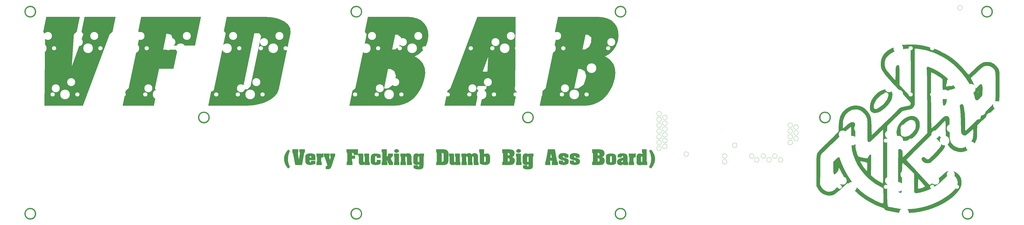
<source format=gbr>
%TF.GenerationSoftware,KiCad,Pcbnew,8.0.8*%
%TF.CreationDate,2025-02-22T23:30:56+01:00*%
%TF.ProjectId,fullsized keybored 3v3,66756c6c-7369-47a6-9564-206b6579626f,rev?*%
%TF.SameCoordinates,Original*%
%TF.FileFunction,Legend,Top*%
%TF.FilePolarity,Positive*%
%FSLAX46Y46*%
G04 Gerber Fmt 4.6, Leading zero omitted, Abs format (unit mm)*
G04 Created by KiCad (PCBNEW 8.0.8) date 2025-02-22 23:30:56*
%MOMM*%
%LPD*%
G01*
G04 APERTURE LIST*
%ADD10C,0.937500*%
%ADD11C,4.000000*%
%ADD12C,2.431250*%
%ADD13C,0.000000*%
%ADD14C,0.120000*%
%ADD15C,1.500000*%
%ADD16C,3.800000*%
%ADD17C,3.987800*%
%ADD18C,1.750000*%
%ADD19C,3.300000*%
%ADD20R,1.700000X1.700000*%
%ADD21O,1.700000X1.700000*%
%ADD22C,0.650000*%
%ADD23O,1.000000X1.600000*%
%ADD24O,1.000000X2.100000*%
G04 APERTURE END LIST*
D10*
G36*
X147349306Y-119302166D02*
G01*
X147208216Y-119632992D01*
X147079868Y-119959973D01*
X146964263Y-120283106D01*
X146845496Y-120655233D01*
X146744072Y-121022124D01*
X146661466Y-121381722D01*
X146599149Y-121733466D01*
X146557121Y-122077356D01*
X146533933Y-122460756D01*
X146532070Y-122601886D01*
X146532070Y-122690791D01*
X146532070Y-122788244D01*
X146521811Y-122892535D01*
X146521811Y-122986569D01*
X146526940Y-123256701D01*
X146550876Y-123518286D01*
X146601633Y-123882699D01*
X146679104Y-124251453D01*
X146771668Y-124587043D01*
X146807331Y-124699688D01*
X146929693Y-125044280D01*
X147058215Y-125362391D01*
X147205329Y-125691615D01*
X147349306Y-125988802D01*
X146590199Y-126590616D01*
X146516682Y-126506841D01*
X146453423Y-126433324D01*
X146224764Y-126170182D01*
X146073870Y-125969995D01*
X145876179Y-125678779D01*
X145733640Y-125448537D01*
X145548992Y-125142928D01*
X145388280Y-124838174D01*
X145247751Y-124522013D01*
X145172858Y-124315006D01*
X145079332Y-123966147D01*
X145015566Y-123685836D01*
X144953519Y-123336944D01*
X144916403Y-123025892D01*
X144901016Y-122808760D01*
X144897596Y-122591628D01*
X144901016Y-122381335D01*
X144916403Y-122167623D01*
X144963901Y-121825509D01*
X145037578Y-121487322D01*
X145063437Y-121391419D01*
X145172270Y-121062348D01*
X145317929Y-120726477D01*
X145350667Y-120661377D01*
X145442991Y-120469891D01*
X145537024Y-120278404D01*
X145713856Y-119966132D01*
X145908183Y-119654424D01*
X146003772Y-119510749D01*
X146208856Y-119227767D01*
X146431732Y-118955844D01*
X146590199Y-118780707D01*
X147349306Y-119302166D01*
G37*
G36*
X148291351Y-118686674D02*
G01*
X150813158Y-118686674D01*
X150813158Y-119857818D01*
X150649027Y-119989465D01*
X150596026Y-120179242D01*
X150596026Y-120199758D01*
X150596026Y-120218565D01*
X150596026Y-120244210D01*
X150596026Y-120276694D01*
X150609704Y-120355341D01*
X150625091Y-120433987D01*
X150635349Y-120533149D01*
X150645608Y-120611796D01*
X151049097Y-123084022D01*
X151403005Y-120611796D01*
X151408134Y-120533149D01*
X151423521Y-120433987D01*
X151437199Y-120355341D01*
X151442328Y-120276694D01*
X151442328Y-120244210D01*
X151442328Y-120218565D01*
X151442328Y-120199758D01*
X151442328Y-120179242D01*
X151387617Y-119989465D01*
X151225196Y-119857818D01*
X151225196Y-118686674D01*
X153451225Y-118686674D01*
X153451225Y-119859528D01*
X153271778Y-120151187D01*
X153268287Y-120162145D01*
X153178154Y-120500425D01*
X153165705Y-120553666D01*
X152288629Y-125142501D01*
X149512077Y-125142501D01*
X148645259Y-120789604D01*
X148585332Y-120440625D01*
X148517031Y-120218565D01*
X148341480Y-119912348D01*
X148291351Y-119861237D01*
X148291351Y-118686674D01*
G37*
G36*
X156161848Y-120345403D02*
G01*
X156526548Y-120397656D01*
X156872228Y-120484744D01*
X157198887Y-120606667D01*
X157506333Y-120805079D01*
X157713160Y-121086798D01*
X157819368Y-121451826D01*
X157834896Y-121690616D01*
X157834896Y-123172926D01*
X155432767Y-123172926D01*
X155432767Y-123636255D01*
X155505784Y-123976642D01*
X155521672Y-123998711D01*
X155718287Y-124109842D01*
X155742223Y-124109842D01*
X155767869Y-124109842D01*
X155935419Y-124005550D01*
X156014065Y-123803805D01*
X156014065Y-123400316D01*
X157834896Y-123400316D01*
X157834896Y-124573170D01*
X157771637Y-124626171D01*
X157698120Y-124670623D01*
X157373041Y-124824576D01*
X157026346Y-124939767D01*
X156998852Y-124947595D01*
X156659771Y-125030301D01*
X156306745Y-125093774D01*
X156063647Y-125125404D01*
X155860192Y-125139081D01*
X155658448Y-125142501D01*
X155309228Y-125117296D01*
X154942828Y-125061453D01*
X154578181Y-124962772D01*
X154236926Y-124807306D01*
X154171009Y-124766367D01*
X153901431Y-124507875D01*
X153744177Y-124195005D01*
X153672289Y-123853091D01*
X153659809Y-123608900D01*
X153659809Y-122119751D01*
X155432767Y-122119751D01*
X156132035Y-122119751D01*
X156109131Y-121770735D01*
X156067066Y-121600002D01*
X155778127Y-121422193D01*
X155496026Y-121600002D01*
X155437771Y-121939702D01*
X155432767Y-122119751D01*
X153659809Y-122119751D01*
X153659809Y-121882103D01*
X153686152Y-121495390D01*
X153780773Y-121130369D01*
X153969478Y-120817815D01*
X154210332Y-120627183D01*
X154557613Y-120482551D01*
X154927843Y-120393727D01*
X155299304Y-120346685D01*
X155652991Y-120329154D01*
X155778127Y-120327985D01*
X156161848Y-120345403D01*
G37*
G36*
X158216159Y-120437406D02*
G01*
X160156668Y-120437406D01*
X160156668Y-120733184D01*
X160194282Y-120683603D01*
X160235314Y-120634022D01*
X160471253Y-120413470D01*
X160803923Y-120310808D01*
X160866194Y-120309179D01*
X160939711Y-120309179D01*
X161023486Y-120309179D01*
X161091874Y-120319437D01*
X161151714Y-120329695D01*
X161151714Y-121998362D01*
X161086745Y-121984685D01*
X161023486Y-121979556D01*
X160958518Y-121969297D01*
X160895259Y-121969297D01*
X160552385Y-122039983D01*
X160387478Y-122133429D01*
X160179208Y-122418100D01*
X160156668Y-122586499D01*
X160156668Y-123490930D01*
X160211973Y-123832570D01*
X160240444Y-123889290D01*
X160452446Y-124077357D01*
X160452446Y-125142501D01*
X158216159Y-125142501D01*
X158216159Y-124089325D01*
X158423033Y-123814064D01*
X158452097Y-123508027D01*
X158452097Y-122032556D01*
X158378580Y-121723101D01*
X158216159Y-121511098D01*
X158216159Y-120437406D01*
G37*
G36*
X161288490Y-120437406D02*
G01*
X163632488Y-120437406D01*
X163632488Y-121511098D01*
X163509390Y-121576066D01*
X163446131Y-121687197D01*
X163446131Y-121712842D01*
X163446131Y-121736778D01*
X163464938Y-121895780D01*
X163514519Y-122071879D01*
X163533326Y-122150526D01*
X163553842Y-122220623D01*
X163569229Y-122275334D01*
X163574358Y-122328334D01*
X163810297Y-123085731D01*
X163986396Y-122328334D01*
X163991525Y-122275334D01*
X164006913Y-122220623D01*
X164022300Y-122155655D01*
X164035977Y-122092396D01*
X164075301Y-121904329D01*
X164095817Y-121736778D01*
X164095817Y-121712842D01*
X164095817Y-121687197D01*
X164046236Y-121576066D01*
X163928266Y-121511098D01*
X163928266Y-120437406D01*
X165926906Y-120437406D01*
X165926906Y-121500840D01*
X165725161Y-121776101D01*
X165606978Y-122104845D01*
X165591804Y-122155655D01*
X165591804Y-122176171D01*
X165581546Y-122184720D01*
X165552481Y-122302689D01*
X165513158Y-122418949D01*
X164567694Y-125328858D01*
X164461706Y-125662750D01*
X164454854Y-125682766D01*
X164350562Y-125976834D01*
X164198000Y-126290076D01*
X164051365Y-126486325D01*
X163771919Y-126690106D01*
X163572649Y-126780393D01*
X163346968Y-126847071D01*
X163080255Y-126882975D01*
X162982802Y-126893233D01*
X162883640Y-126893233D01*
X162823800Y-126893233D01*
X162775929Y-126893233D01*
X162427776Y-126847928D01*
X162367310Y-126833394D01*
X162047596Y-126735941D01*
X162047596Y-125646862D01*
X162389982Y-125583448D01*
X162548538Y-125481021D01*
X162735163Y-125188182D01*
X162746864Y-125142501D01*
X161869788Y-122711307D01*
X161757789Y-122376700D01*
X161736431Y-122307818D01*
X161623591Y-121979556D01*
X161485105Y-121687197D01*
X161298748Y-121500840D01*
X161288490Y-120437406D01*
G37*
G36*
X170620032Y-118686674D02*
G01*
X175318287Y-118686674D01*
X175318287Y-120984510D01*
X173553877Y-120984510D01*
X173553877Y-120604957D01*
X173441304Y-120275466D01*
X173406843Y-120256178D01*
X173082000Y-120170693D01*
X173066612Y-120162145D01*
X173061483Y-120162145D01*
X172987966Y-120157016D01*
X172914449Y-120141628D01*
X172914449Y-121276869D01*
X174155691Y-121276869D01*
X174155691Y-122516401D01*
X172914449Y-122516401D01*
X172914449Y-123364413D01*
X172938385Y-123675578D01*
X173092258Y-123954259D01*
X173092258Y-125142501D01*
X170679871Y-125142501D01*
X170679871Y-123983324D01*
X170866229Y-123764482D01*
X170915810Y-123466995D01*
X170915810Y-120437406D01*
X170842002Y-120095593D01*
X170837164Y-120088628D01*
X170620032Y-119936464D01*
X170620032Y-118686674D01*
G37*
G36*
X175448224Y-120437406D02*
G01*
X177339153Y-120437406D01*
X177462251Y-120688732D01*
X177506703Y-121028962D01*
X177506703Y-123027602D01*
X177521236Y-123384074D01*
X177564833Y-123687546D01*
X177778604Y-123960388D01*
X177812739Y-123962808D01*
X177915321Y-123938872D01*
X178048678Y-123873903D01*
X178072614Y-123868774D01*
X178098259Y-123855096D01*
X178098259Y-121914587D01*
X178053807Y-121654713D01*
X177901644Y-121482033D01*
X177881127Y-121466646D01*
X177862321Y-121451258D01*
X177862321Y-120437406D01*
X179920799Y-120437406D01*
X179920799Y-123508027D01*
X179965726Y-123854913D01*
X179968671Y-123863645D01*
X180146480Y-124089325D01*
X180146480Y-125142501D01*
X178098259Y-125142501D01*
X178098259Y-124906562D01*
X178048678Y-124945885D01*
X177970032Y-124995466D01*
X177646899Y-125108600D01*
X177587059Y-125123694D01*
X177233737Y-125174955D01*
X177024568Y-125181824D01*
X176666706Y-125160025D01*
X176306834Y-125071468D01*
X176003256Y-124875280D01*
X175966264Y-124833045D01*
X175795400Y-124514399D01*
X175713255Y-124163644D01*
X175686147Y-123781726D01*
X175685873Y-123735417D01*
X175685873Y-121972717D01*
X175641421Y-121658132D01*
X175478999Y-121471775D01*
X175463612Y-121456387D01*
X175448224Y-121451258D01*
X175448224Y-120437406D01*
G37*
G36*
X180602970Y-123625997D02*
G01*
X180602970Y-121974427D01*
X180628188Y-121612504D01*
X180716845Y-121263841D01*
X180890219Y-120949082D01*
X181006459Y-120820379D01*
X181295767Y-120635251D01*
X181657609Y-120521556D01*
X182055039Y-120461342D01*
X182455730Y-120438902D01*
X182601609Y-120437406D01*
X182654610Y-120437406D01*
X182709320Y-120437406D01*
X183068791Y-120452600D01*
X183420582Y-120487495D01*
X183764692Y-120542092D01*
X183832593Y-120555376D01*
X184174897Y-120654441D01*
X184479197Y-120816890D01*
X184660088Y-120975962D01*
X184660088Y-122181300D01*
X183015356Y-122181300D01*
X183015356Y-121885522D01*
X182981162Y-121565808D01*
X182719578Y-121422193D01*
X182434058Y-121577776D01*
X182366739Y-121928211D01*
X182365670Y-121991524D01*
X182365670Y-123441349D01*
X182387790Y-123783716D01*
X182404993Y-123882452D01*
X182661448Y-124070519D01*
X182950388Y-123911517D01*
X183014341Y-123560894D01*
X183015356Y-123499479D01*
X183015356Y-123084022D01*
X184660088Y-123084022D01*
X184660088Y-124523589D01*
X184373579Y-124741042D01*
X184162565Y-124848432D01*
X183838991Y-124971532D01*
X183547073Y-125055306D01*
X183198037Y-125107356D01*
X183102551Y-125118565D01*
X182754360Y-125142127D01*
X182709320Y-125142501D01*
X182483640Y-125152759D01*
X182350283Y-125133952D01*
X182216926Y-125123694D01*
X181850877Y-125066893D01*
X181502860Y-124967016D01*
X181172874Y-124824062D01*
X181109041Y-124790302D01*
X180842167Y-124557589D01*
X180686491Y-124246222D01*
X180615325Y-123888387D01*
X180602970Y-123625997D01*
G37*
G36*
X185109739Y-118686674D02*
G01*
X187168217Y-118686674D01*
X187168217Y-121736778D01*
X187415431Y-121490892D01*
X187580255Y-121264901D01*
X187688046Y-120930307D01*
X187689676Y-120909283D01*
X187699934Y-120827218D01*
X187699934Y-120733184D01*
X187699934Y-120437406D01*
X189698573Y-120437406D01*
X189698573Y-121451258D01*
X189536152Y-121545292D01*
X189394247Y-121676939D01*
X189339536Y-121736778D01*
X189284826Y-121796618D01*
X188823207Y-122436046D01*
X189402795Y-123675578D01*
X189491700Y-123829451D01*
X189609669Y-123942291D01*
X189683186Y-123991872D01*
X189748155Y-124029486D01*
X189748155Y-125142501D01*
X188103423Y-125142501D01*
X187168217Y-123084022D01*
X187168217Y-123615738D01*
X187221218Y-123843129D01*
X187404156Y-124029486D01*
X187404156Y-125142501D01*
X185109739Y-125142501D01*
X185109739Y-124029486D01*
X185316612Y-123803805D01*
X185345677Y-123449898D01*
X185345677Y-120437406D01*
X185340548Y-120295501D01*
X185326871Y-120133080D01*
X185256773Y-119926206D01*
X185109739Y-119779172D01*
X185109739Y-118686674D01*
G37*
G36*
X190165321Y-120437406D02*
G01*
X192163961Y-120437406D01*
X192163961Y-123508027D01*
X192204681Y-123848221D01*
X192213542Y-123877323D01*
X192389641Y-124029486D01*
X192389641Y-125142501D01*
X190165321Y-125142501D01*
X190165321Y-124089325D01*
X190307227Y-123950840D01*
X190341421Y-123764482D01*
X190341421Y-122032556D01*
X190312356Y-121765843D01*
X190223451Y-121618809D01*
X190194386Y-121594873D01*
X190165321Y-121569228D01*
X190165321Y-120437406D01*
G37*
G36*
X190223451Y-119355166D02*
G01*
X190297277Y-119018422D01*
X190485035Y-118804643D01*
X190799333Y-118644218D01*
X191071462Y-118587511D01*
X191134721Y-118577253D01*
X191208238Y-118577253D01*
X191223626Y-118577253D01*
X191239013Y-118577253D01*
X191589183Y-118637852D01*
X191873312Y-118773868D01*
X192100097Y-119030741D01*
X192163961Y-119355166D01*
X192096716Y-119694218D01*
X191857924Y-119960400D01*
X191530944Y-120104015D01*
X191183252Y-120151699D01*
X191158657Y-120151886D01*
X190816675Y-120100044D01*
X190510693Y-119930464D01*
X190493584Y-119915948D01*
X190282807Y-119639320D01*
X190223451Y-119355166D01*
G37*
G36*
X192791421Y-120437406D02*
G01*
X194849899Y-120437406D01*
X194849899Y-120615215D01*
X194928545Y-120567343D01*
X194996933Y-120516052D01*
X195326184Y-120389161D01*
X195521811Y-120355341D01*
X195865327Y-120332200D01*
X196010786Y-120329695D01*
X196361979Y-120354746D01*
X196709609Y-120459091D01*
X196841700Y-120541698D01*
X197092885Y-120790479D01*
X197212705Y-120998188D01*
X197296480Y-121319611D01*
X197311867Y-121569228D01*
X197311867Y-123449898D01*
X197346856Y-123794402D01*
X197364868Y-123853387D01*
X197547806Y-124089325D01*
X197547806Y-125142501D01*
X195547457Y-125142501D01*
X195523857Y-124798029D01*
X195504821Y-124451354D01*
X195497876Y-124270554D01*
X195490963Y-123912438D01*
X195489327Y-123665320D01*
X195489327Y-122186429D01*
X195489327Y-122171042D01*
X195489327Y-122157364D01*
X195387446Y-121825576D01*
X195374777Y-121805166D01*
X195096096Y-121641035D01*
X194976417Y-121661551D01*
X194849899Y-121711133D01*
X194849899Y-123496059D01*
X194897771Y-123798676D01*
X195075580Y-124020937D01*
X195075580Y-125142501D01*
X192791421Y-125142501D01*
X192791421Y-124029486D01*
X192982907Y-123803805D01*
X193017101Y-123499479D01*
X193017101Y-123473833D01*
X193017101Y-123449898D01*
X193017101Y-122032556D01*
X192972649Y-121731649D01*
X192791421Y-121569228D01*
X192791421Y-120437406D01*
G37*
G36*
X199843933Y-120408341D02*
G01*
X200175621Y-120493192D01*
X200197841Y-120502375D01*
X200490590Y-120686076D01*
X200543200Y-120733184D01*
X200543200Y-120437406D01*
X202541839Y-120437406D01*
X202541839Y-121488872D01*
X202358901Y-121695745D01*
X202305901Y-122000072D01*
X202305901Y-125210888D01*
X202288229Y-125606450D01*
X202222943Y-125993338D01*
X202089427Y-126337122D01*
X201864117Y-126598450D01*
X201803249Y-126638488D01*
X201486292Y-126784577D01*
X201147103Y-126880374D01*
X200805960Y-126937899D01*
X200423419Y-126970881D01*
X200365391Y-126973589D01*
X200179034Y-126983847D01*
X199867869Y-126958202D01*
X199537896Y-126915459D01*
X199182412Y-126833227D01*
X198840018Y-126724160D01*
X198744596Y-126688069D01*
X198416761Y-126535906D01*
X198188943Y-126373484D01*
X198188943Y-125270728D01*
X199893514Y-125270728D01*
X199928075Y-125620749D01*
X199932837Y-125640023D01*
X200187582Y-125793896D01*
X200478231Y-125684475D01*
X200543200Y-125409214D01*
X200543200Y-124807399D01*
X200241672Y-124979361D01*
X200098678Y-125039919D01*
X199749028Y-125125570D01*
X199469508Y-125142501D01*
X199108313Y-125114641D01*
X198768844Y-125018337D01*
X198470636Y-124832951D01*
X198424882Y-124790302D01*
X198209219Y-124491532D01*
X198098969Y-124156832D01*
X198070974Y-123839709D01*
X198070974Y-122131719D01*
X199893514Y-122131719D01*
X199893514Y-123191733D01*
X199911367Y-123540483D01*
X199956773Y-123757644D01*
X200218357Y-123942291D01*
X200315810Y-123926904D01*
X200433779Y-123892710D01*
X200449167Y-123887581D01*
X200464554Y-123882452D01*
X200502167Y-123872193D01*
X200543200Y-123861935D01*
X200543200Y-121711133D01*
X200478231Y-121690616D01*
X200414973Y-121671810D01*
X200320939Y-121646164D01*
X200247422Y-121641035D01*
X199990967Y-121760714D01*
X199893895Y-122100817D01*
X199893514Y-122131719D01*
X198070974Y-122131719D01*
X198070974Y-121998362D01*
X198089637Y-121626573D01*
X198154151Y-121257251D01*
X198278342Y-120904221D01*
X198306913Y-120846025D01*
X198543668Y-120585155D01*
X198888279Y-120441968D01*
X199252685Y-120391852D01*
X199409669Y-120387825D01*
X199626801Y-120387825D01*
X199843933Y-120408341D01*
G37*
G36*
X210762077Y-118696932D02*
G01*
X211071532Y-118727706D01*
X211418414Y-118808650D01*
X211745261Y-118951036D01*
X212052072Y-119154864D01*
X212111030Y-119203003D01*
X212337482Y-119473693D01*
X212476555Y-119797414D01*
X212550209Y-120144834D01*
X212577658Y-120490287D01*
X212579488Y-120615215D01*
X212579488Y-123143861D01*
X212579488Y-123278928D01*
X212569229Y-123410574D01*
X212518169Y-123767503D01*
X212409225Y-124107391D01*
X212242399Y-124430239D01*
X212124707Y-124602235D01*
X211873168Y-124838601D01*
X211522038Y-125007434D01*
X211133105Y-125099765D01*
X210739046Y-125137752D01*
X210521009Y-125142501D01*
X207467485Y-125142501D01*
X207467485Y-123971356D01*
X207671600Y-123795257D01*
X209821742Y-123795257D01*
X209864484Y-123800386D01*
X209919194Y-123805515D01*
X209963647Y-123820902D01*
X210008099Y-123824322D01*
X210342192Y-123713125D01*
X210362007Y-123697804D01*
X210513400Y-123382662D01*
X210521009Y-123253282D01*
X210521009Y-120615215D01*
X210420991Y-120284068D01*
X210343200Y-120230533D01*
X210001926Y-120158107D01*
X209821742Y-120151886D01*
X209821742Y-123795257D01*
X207671600Y-123795257D01*
X207729069Y-123745676D01*
X207763229Y-123403552D01*
X207763263Y-123390058D01*
X207763263Y-120437406D01*
X207758134Y-120341663D01*
X207734198Y-120225404D01*
X207643584Y-120023659D01*
X207467485Y-119900561D01*
X207467485Y-118686674D01*
X210461169Y-118686674D01*
X210762077Y-118696932D01*
G37*
G36*
X212788071Y-120437406D02*
G01*
X214678999Y-120437406D01*
X214802097Y-120688732D01*
X214846550Y-121028962D01*
X214846550Y-123027602D01*
X214861082Y-123384074D01*
X214904679Y-123687546D01*
X215118450Y-123960388D01*
X215152586Y-123962808D01*
X215255168Y-123938872D01*
X215388525Y-123873903D01*
X215412460Y-123868774D01*
X215438106Y-123855096D01*
X215438106Y-121914587D01*
X215393654Y-121654713D01*
X215241490Y-121482033D01*
X215220974Y-121466646D01*
X215202167Y-121451258D01*
X215202167Y-120437406D01*
X217260646Y-120437406D01*
X217260646Y-123508027D01*
X217305572Y-123854913D01*
X217308518Y-123863645D01*
X217486326Y-124089325D01*
X217486326Y-125142501D01*
X215438106Y-125142501D01*
X215438106Y-124906562D01*
X215388525Y-124945885D01*
X215309878Y-124995466D01*
X214986745Y-125108600D01*
X214926906Y-125123694D01*
X214573584Y-125174955D01*
X214364414Y-125181824D01*
X214006553Y-125160025D01*
X213646681Y-125071468D01*
X213343102Y-124875280D01*
X213306110Y-124833045D01*
X213135247Y-124514399D01*
X213053101Y-124163644D01*
X213025993Y-123781726D01*
X213025719Y-123735417D01*
X213025719Y-121972717D01*
X212981267Y-121658132D01*
X212818846Y-121471775D01*
X212803458Y-121456387D01*
X212788071Y-121451258D01*
X212788071Y-120437406D01*
G37*
G36*
X217882977Y-120437406D02*
G01*
X219881616Y-120437406D01*
X219881616Y-120673345D01*
X220018392Y-120565634D01*
X220156878Y-120476729D01*
X220480326Y-120336350D01*
X220541560Y-120319437D01*
X220885295Y-120272228D01*
X220994631Y-120269856D01*
X221342782Y-120290172D01*
X221408378Y-120300630D01*
X221733221Y-120437406D01*
X221890513Y-120560505D01*
X222058064Y-120733184D01*
X222076871Y-120717797D01*
X222097387Y-120704119D01*
X222395095Y-120526444D01*
X222639362Y-120403212D01*
X222984706Y-120299158D01*
X223332149Y-120269986D01*
X223359146Y-120269856D01*
X223716580Y-120298239D01*
X224054219Y-120395028D01*
X224333675Y-120560505D01*
X224555588Y-120838598D01*
X224669035Y-121199121D01*
X224697841Y-121569228D01*
X224697841Y-123449898D01*
X224730190Y-123794718D01*
X224750841Y-123872193D01*
X224933779Y-124089325D01*
X224933779Y-125142501D01*
X222994980Y-125142501D01*
X222966135Y-124779583D01*
X222946794Y-124424927D01*
X222945398Y-124385103D01*
X222936583Y-124029940D01*
X222935140Y-123853387D01*
X222935140Y-122123170D01*
X222930011Y-122039395D01*
X222916333Y-121945362D01*
X222817171Y-121735069D01*
X222570974Y-121641035D01*
X222442746Y-121651293D01*
X222295712Y-121680358D01*
X222295712Y-123569577D01*
X222343584Y-123868774D01*
X222521393Y-124089325D01*
X222521393Y-125142501D01*
X220580883Y-125142501D01*
X220552039Y-124779583D01*
X220532698Y-124424927D01*
X220531302Y-124385103D01*
X220522486Y-124029139D01*
X220521044Y-123853387D01*
X220521044Y-122208655D01*
X220521044Y-122095815D01*
X220502237Y-121972717D01*
X220408204Y-121726520D01*
X220156878Y-121617099D01*
X220033779Y-121637616D01*
X219881616Y-121676939D01*
X219881616Y-123567867D01*
X219936326Y-123911517D01*
X220119264Y-124089325D01*
X220119264Y-125142501D01*
X217882977Y-125142501D01*
X217882977Y-124089325D01*
X218089850Y-123814064D01*
X218118915Y-123508027D01*
X218118915Y-122208655D01*
X218079412Y-121867884D01*
X218059076Y-121796618D01*
X217824847Y-121569228D01*
X217882977Y-120437406D01*
G37*
G36*
X227258971Y-120663087D02*
G01*
X227580249Y-120536696D01*
X227691525Y-120505794D01*
X228035370Y-120448693D01*
X228301888Y-120437406D01*
X228469439Y-120437406D01*
X228821624Y-120472963D01*
X229143154Y-120592855D01*
X229341386Y-120738313D01*
X229536211Y-121020975D01*
X229635810Y-121380194D01*
X229661100Y-121745327D01*
X229661100Y-123624287D01*
X229635656Y-123966938D01*
X229528170Y-124332958D01*
X229310083Y-124641305D01*
X229129383Y-124776625D01*
X228822448Y-124929867D01*
X228463011Y-125051282D01*
X228122957Y-125116588D01*
X227966787Y-125132242D01*
X227814624Y-125137371D01*
X227662460Y-125142501D01*
X227494910Y-125142501D01*
X227327359Y-125132242D01*
X226970569Y-125101160D01*
X226605879Y-125038476D01*
X226434896Y-124998886D01*
X226080507Y-124879554D01*
X225766817Y-124729054D01*
X225470221Y-124553918D01*
X225436431Y-124532138D01*
X225436431Y-121740198D01*
X227258971Y-121740198D01*
X227258971Y-122497595D01*
X227258971Y-123856806D01*
X227282907Y-123872193D01*
X227308552Y-123877323D01*
X227460716Y-123926904D01*
X227573556Y-123945711D01*
X227819753Y-123793547D01*
X227895634Y-123444702D01*
X227898399Y-123335348D01*
X227898399Y-122094106D01*
X227815752Y-121758710D01*
X227804365Y-121745327D01*
X227594072Y-121641035D01*
X227474393Y-121661551D01*
X227327359Y-121711133D01*
X227293165Y-121721391D01*
X227258971Y-121740198D01*
X225436431Y-121740198D01*
X225436431Y-120437406D01*
X225398470Y-120094451D01*
X225386850Y-120057853D01*
X225200492Y-119874915D01*
X225200492Y-118686674D01*
X227258971Y-118686674D01*
X227258971Y-120663087D01*
G37*
G36*
X237535350Y-118695209D02*
G01*
X237893786Y-118720814D01*
X238235151Y-118763490D01*
X238611836Y-118834853D01*
X238965287Y-118929451D01*
X239270398Y-119084590D01*
X239500570Y-119337575D01*
X239655802Y-119688407D01*
X239729212Y-120066999D01*
X239748329Y-120437406D01*
X239719844Y-120801400D01*
X239623793Y-121154707D01*
X239507261Y-121389709D01*
X239256936Y-121659808D01*
X238929194Y-121818971D01*
X238695154Y-121871845D01*
X239059133Y-121954157D01*
X239374660Y-122123766D01*
X239601295Y-122376206D01*
X239763823Y-122708556D01*
X239851339Y-123064467D01*
X239868008Y-123314831D01*
X239868008Y-123487511D01*
X239816542Y-123851953D01*
X239706381Y-124187453D01*
X239537527Y-124494012D01*
X239418357Y-124651817D01*
X239116562Y-124889012D01*
X238782349Y-125019830D01*
X238426598Y-125094582D01*
X238081285Y-125130521D01*
X237691560Y-125142501D01*
X234697876Y-125142501D01*
X234697876Y-124000421D01*
X234952728Y-123770814D01*
X234953888Y-123766192D01*
X236932453Y-123766192D01*
X237286231Y-123742525D01*
X237558204Y-123658481D01*
X237737722Y-123351056D01*
X237749690Y-123184894D01*
X237749690Y-122998537D01*
X237671720Y-122657166D01*
X237542816Y-122501014D01*
X237212984Y-122410286D01*
X237120520Y-122406981D01*
X236932453Y-122406981D01*
X236932453Y-123766192D01*
X234953888Y-123766192D01*
X234957750Y-123750805D01*
X234991810Y-123402487D01*
X234991944Y-123376380D01*
X234991944Y-121225578D01*
X236932453Y-121225578D01*
X237280377Y-121213610D01*
X237537687Y-121177706D01*
X237749690Y-120919542D01*
X237749690Y-120782766D01*
X237664482Y-120448548D01*
X237517171Y-120295501D01*
X237178961Y-120212579D01*
X236932453Y-120201468D01*
X236932453Y-121225578D01*
X234991944Y-121225578D01*
X234991944Y-120782766D01*
X234991944Y-120698990D01*
X234991944Y-120615215D01*
X234928685Y-120280114D01*
X234697876Y-120083498D01*
X234697876Y-118686674D01*
X237159843Y-118686674D01*
X237535350Y-118695209D01*
G37*
G36*
X240389467Y-120437406D02*
G01*
X242388106Y-120437406D01*
X242388106Y-123508027D01*
X242428826Y-123848221D01*
X242437687Y-123877323D01*
X242613786Y-124029486D01*
X242613786Y-125142501D01*
X240389467Y-125142501D01*
X240389467Y-124089325D01*
X240531372Y-123950840D01*
X240565566Y-123764482D01*
X240565566Y-122032556D01*
X240536501Y-121765843D01*
X240447596Y-121618809D01*
X240418531Y-121594873D01*
X240389467Y-121569228D01*
X240389467Y-120437406D01*
G37*
G36*
X240447596Y-119355166D02*
G01*
X240521422Y-119018422D01*
X240709180Y-118804643D01*
X241023478Y-118644218D01*
X241295608Y-118587511D01*
X241358866Y-118577253D01*
X241432384Y-118577253D01*
X241447771Y-118577253D01*
X241463158Y-118577253D01*
X241813328Y-118637852D01*
X242097457Y-118773868D01*
X242324243Y-119030741D01*
X242388106Y-119355166D01*
X242320862Y-119694218D01*
X242082070Y-119960400D01*
X241755089Y-120104015D01*
X241407398Y-120151699D01*
X241382802Y-120151886D01*
X241040821Y-120100044D01*
X240734838Y-119930464D01*
X240717729Y-119915948D01*
X240506952Y-119639320D01*
X240447596Y-119355166D01*
G37*
G36*
X244856913Y-120408341D02*
G01*
X245188601Y-120493192D01*
X245210820Y-120502375D01*
X245503570Y-120686076D01*
X245556180Y-120733184D01*
X245556180Y-120437406D01*
X247554819Y-120437406D01*
X247554819Y-121488872D01*
X247371881Y-121695745D01*
X247318880Y-122000072D01*
X247318880Y-125210888D01*
X247301209Y-125606450D01*
X247235923Y-125993338D01*
X247102406Y-126337122D01*
X246877097Y-126598450D01*
X246816229Y-126638488D01*
X246499271Y-126784577D01*
X246160083Y-126880374D01*
X245818939Y-126937899D01*
X245436399Y-126970881D01*
X245378371Y-126973589D01*
X245192014Y-126983847D01*
X244880848Y-126958202D01*
X244550876Y-126915459D01*
X244195392Y-126833227D01*
X243852998Y-126724160D01*
X243757575Y-126688069D01*
X243429740Y-126535906D01*
X243201923Y-126373484D01*
X243201923Y-125270728D01*
X244906494Y-125270728D01*
X244941055Y-125620749D01*
X244945817Y-125640023D01*
X245200562Y-125793896D01*
X245491211Y-125684475D01*
X245556180Y-125409214D01*
X245556180Y-124807399D01*
X245254651Y-124979361D01*
X245111658Y-125039919D01*
X244762007Y-125125570D01*
X244482488Y-125142501D01*
X244121292Y-125114641D01*
X243781823Y-125018337D01*
X243483616Y-124832951D01*
X243437862Y-124790302D01*
X243222199Y-124491532D01*
X243111948Y-124156832D01*
X243083954Y-123839709D01*
X243083954Y-122131719D01*
X244906494Y-122131719D01*
X244906494Y-123191733D01*
X244924347Y-123540483D01*
X244969753Y-123757644D01*
X245231337Y-123942291D01*
X245328790Y-123926904D01*
X245446759Y-123892710D01*
X245462146Y-123887581D01*
X245477534Y-123882452D01*
X245515147Y-123872193D01*
X245556180Y-123861935D01*
X245556180Y-121711133D01*
X245491211Y-121690616D01*
X245427952Y-121671810D01*
X245333919Y-121646164D01*
X245260402Y-121641035D01*
X245003947Y-121760714D01*
X244906874Y-122100817D01*
X244906494Y-122131719D01*
X243083954Y-122131719D01*
X243083954Y-121998362D01*
X243102617Y-121626573D01*
X243167131Y-121257251D01*
X243291322Y-120904221D01*
X243319892Y-120846025D01*
X243556647Y-120585155D01*
X243901259Y-120441968D01*
X244265665Y-120391852D01*
X244422649Y-120387825D01*
X244639781Y-120387825D01*
X244856913Y-120408341D01*
G37*
G36*
X257238559Y-123378090D02*
G01*
X257348555Y-123710420D01*
X257375335Y-123764482D01*
X257592467Y-124022647D01*
X257592467Y-125142501D01*
X255070660Y-125142501D01*
X255070660Y-123991872D01*
X255267275Y-123708062D01*
X255298050Y-123391768D01*
X254303005Y-123391768D01*
X254332070Y-123708062D01*
X254538943Y-123991872D01*
X254538943Y-125142501D01*
X252362495Y-125142501D01*
X252362495Y-123962808D01*
X252415496Y-123908097D01*
X252461658Y-123853387D01*
X252579627Y-123641384D01*
X252658273Y-123318251D01*
X252864317Y-122150526D01*
X254479104Y-122150526D01*
X255070660Y-122150526D01*
X254774882Y-120437406D01*
X254479104Y-122150526D01*
X252864317Y-122150526D01*
X253475510Y-118686674D01*
X256361483Y-118686674D01*
X257238559Y-123378090D01*
G37*
G36*
X257949795Y-123272089D02*
G01*
X259662914Y-123272089D01*
X259662914Y-123617448D01*
X259765496Y-123926904D01*
X259998015Y-124039744D01*
X260011693Y-124039744D01*
X260027080Y-124039744D01*
X260051016Y-124039744D01*
X260076661Y-124039744D01*
X260273277Y-123937162D01*
X260362181Y-123725159D01*
X260362181Y-123617448D01*
X260155094Y-123343682D01*
X260027080Y-123282347D01*
X259693428Y-123176319D01*
X259416717Y-123114796D01*
X259297038Y-123090861D01*
X259180779Y-123065215D01*
X258845677Y-123001956D01*
X258589222Y-122907923D01*
X258278396Y-122727027D01*
X258035458Y-122460367D01*
X258023312Y-122441175D01*
X257877132Y-122121888D01*
X257821567Y-121786360D01*
X257821567Y-121762424D01*
X257821567Y-121736778D01*
X257826696Y-121653003D01*
X257831825Y-121569228D01*
X257911754Y-121232844D01*
X258072893Y-120910993D01*
X258302848Y-120634449D01*
X258589222Y-120437406D01*
X258924582Y-120325504D01*
X259076487Y-120290372D01*
X259418492Y-120237395D01*
X259662914Y-120221984D01*
X259760367Y-120211726D01*
X259859529Y-120211726D01*
X259912530Y-120211726D01*
X259958692Y-120211726D01*
X260263019Y-120237371D01*
X260529732Y-120269856D01*
X260849446Y-120343373D01*
X261174063Y-120452274D01*
X261268322Y-120492117D01*
X261582800Y-120646606D01*
X261641037Y-120681893D01*
X261908496Y-120908510D01*
X261947073Y-120957155D01*
X261947073Y-122112912D01*
X260302342Y-122112912D01*
X260302342Y-121817134D01*
X260203179Y-121547002D01*
X259987757Y-121432452D01*
X259953563Y-121422193D01*
X259919369Y-121422193D01*
X259702237Y-121495711D01*
X259603074Y-121692326D01*
X259744980Y-121996653D01*
X260067662Y-122132524D01*
X260145049Y-122153945D01*
X260247631Y-122184720D01*
X260362181Y-122212075D01*
X260377568Y-122212075D01*
X260382698Y-122212075D01*
X260627185Y-122261656D01*
X260893898Y-122318076D01*
X261221472Y-122428873D01*
X261533993Y-122590720D01*
X261620520Y-122646339D01*
X261875586Y-122909492D01*
X262019201Y-123232465D01*
X262065042Y-123427671D01*
X262070171Y-123499479D01*
X262075301Y-123581544D01*
X262075301Y-123673868D01*
X262075301Y-123754224D01*
X262036512Y-124107063D01*
X261900145Y-124436057D01*
X261665594Y-124693103D01*
X261454679Y-124824496D01*
X261136462Y-124959776D01*
X260802429Y-125057870D01*
X260452582Y-125118778D01*
X260086919Y-125142501D01*
X260071532Y-125142501D01*
X260056145Y-125142501D01*
X259977499Y-125142501D01*
X259898852Y-125142501D01*
X259549753Y-125113649D01*
X259435524Y-125098048D01*
X259094377Y-125041490D01*
X259002970Y-125024531D01*
X258809774Y-124980079D01*
X258609739Y-124906562D01*
X258392607Y-124803980D01*
X258195991Y-124699688D01*
X258042118Y-124586848D01*
X257949795Y-124492815D01*
X257949795Y-123272089D01*
G37*
G36*
X262545468Y-123272089D02*
G01*
X264258587Y-123272089D01*
X264258587Y-123617448D01*
X264361169Y-123926904D01*
X264593689Y-124039744D01*
X264607366Y-124039744D01*
X264622753Y-124039744D01*
X264646689Y-124039744D01*
X264672335Y-124039744D01*
X264868950Y-123937162D01*
X264957855Y-123725159D01*
X264957855Y-123617448D01*
X264750767Y-123343682D01*
X264622753Y-123282347D01*
X264289101Y-123176319D01*
X264012391Y-123114796D01*
X263892712Y-123090861D01*
X263776452Y-123065215D01*
X263441351Y-123001956D01*
X263184896Y-122907923D01*
X262874069Y-122727027D01*
X262631132Y-122460367D01*
X262618985Y-122441175D01*
X262472806Y-122121888D01*
X262417240Y-121786360D01*
X262417240Y-121762424D01*
X262417240Y-121736778D01*
X262422370Y-121653003D01*
X262427499Y-121569228D01*
X262507427Y-121232844D01*
X262668566Y-120910993D01*
X262898521Y-120634449D01*
X263184896Y-120437406D01*
X263520256Y-120325504D01*
X263672160Y-120290372D01*
X264014165Y-120237395D01*
X264258587Y-120221984D01*
X264356040Y-120211726D01*
X264455203Y-120211726D01*
X264508204Y-120211726D01*
X264554365Y-120211726D01*
X264858692Y-120237371D01*
X265125405Y-120269856D01*
X265445119Y-120343373D01*
X265769737Y-120452274D01*
X265863996Y-120492117D01*
X266178473Y-120646606D01*
X266236710Y-120681893D01*
X266504170Y-120908510D01*
X266542746Y-120957155D01*
X266542746Y-122112912D01*
X264898015Y-122112912D01*
X264898015Y-121817134D01*
X264798852Y-121547002D01*
X264583430Y-121432452D01*
X264549236Y-121422193D01*
X264515042Y-121422193D01*
X264297910Y-121495711D01*
X264198748Y-121692326D01*
X264340653Y-121996653D01*
X264663335Y-122132524D01*
X264740723Y-122153945D01*
X264843305Y-122184720D01*
X264957855Y-122212075D01*
X264973242Y-122212075D01*
X264978371Y-122212075D01*
X265222858Y-122261656D01*
X265489571Y-122318076D01*
X265817146Y-122428873D01*
X266129667Y-122590720D01*
X266216194Y-122646339D01*
X266471260Y-122909492D01*
X266614874Y-123232465D01*
X266660716Y-123427671D01*
X266665845Y-123499479D01*
X266670974Y-123581544D01*
X266670974Y-123673868D01*
X266670974Y-123754224D01*
X266632185Y-124107063D01*
X266495818Y-124436057D01*
X266261267Y-124693103D01*
X266050353Y-124824496D01*
X265732135Y-124959776D01*
X265398102Y-125057870D01*
X265048255Y-125118778D01*
X264682593Y-125142501D01*
X264667206Y-125142501D01*
X264651818Y-125142501D01*
X264573172Y-125142501D01*
X264494526Y-125142501D01*
X264145427Y-125113649D01*
X264031197Y-125098048D01*
X263690050Y-125041490D01*
X263598643Y-125024531D01*
X263405447Y-124980079D01*
X263205412Y-124906562D01*
X262988280Y-124803980D01*
X262791665Y-124699688D01*
X262637792Y-124586848D01*
X262545468Y-124492815D01*
X262545468Y-123272089D01*
G37*
G36*
X274546934Y-118695209D02*
G01*
X274905370Y-118720814D01*
X275246735Y-118763490D01*
X275623420Y-118834853D01*
X275976871Y-118929451D01*
X276281982Y-119084590D01*
X276512154Y-119337575D01*
X276667386Y-119688407D01*
X276740796Y-120066999D01*
X276759913Y-120437406D01*
X276731428Y-120801400D01*
X276635377Y-121154707D01*
X276518846Y-121389709D01*
X276268520Y-121659808D01*
X275940778Y-121818971D01*
X275706738Y-121871845D01*
X276070717Y-121954157D01*
X276386244Y-122123766D01*
X276612879Y-122376206D01*
X276775407Y-122708556D01*
X276862923Y-123064467D01*
X276879592Y-123314831D01*
X276879592Y-123487511D01*
X276828126Y-123851953D01*
X276717965Y-124187453D01*
X276549111Y-124494012D01*
X276429941Y-124651817D01*
X276128146Y-124889012D01*
X275793933Y-125019830D01*
X275438182Y-125094582D01*
X275092869Y-125130521D01*
X274703144Y-125142501D01*
X271709460Y-125142501D01*
X271709460Y-124000421D01*
X271964312Y-123770814D01*
X271965472Y-123766192D01*
X273944037Y-123766192D01*
X274297815Y-123742525D01*
X274569788Y-123658481D01*
X274749306Y-123351056D01*
X274761274Y-123184894D01*
X274761274Y-122998537D01*
X274683304Y-122657166D01*
X274554400Y-122501014D01*
X274224568Y-122410286D01*
X274132104Y-122406981D01*
X273944037Y-122406981D01*
X273944037Y-123766192D01*
X271965472Y-123766192D01*
X271969334Y-123750805D01*
X272003394Y-123402487D01*
X272003528Y-123376380D01*
X272003528Y-121225578D01*
X273944037Y-121225578D01*
X274291961Y-121213610D01*
X274549271Y-121177706D01*
X274761274Y-120919542D01*
X274761274Y-120782766D01*
X274676066Y-120448548D01*
X274528755Y-120295501D01*
X274190545Y-120212579D01*
X273944037Y-120201468D01*
X273944037Y-121225578D01*
X272003528Y-121225578D01*
X272003528Y-120782766D01*
X272003528Y-120698990D01*
X272003528Y-120615215D01*
X271940269Y-120280114D01*
X271709460Y-120083498D01*
X271709460Y-118686674D01*
X274171428Y-118686674D01*
X274546934Y-118695209D01*
G37*
G36*
X279795963Y-120445003D02*
G01*
X280176478Y-120474175D01*
X280554472Y-120535861D01*
X280899511Y-120642824D01*
X281097422Y-120748572D01*
X281339051Y-120995577D01*
X281480001Y-121309529D01*
X281544435Y-121661486D01*
X281555622Y-121916297D01*
X281555622Y-123624287D01*
X281536928Y-123967816D01*
X281467867Y-124305091D01*
X281304302Y-124638233D01*
X281023905Y-124875787D01*
X280683566Y-125004716D01*
X280311786Y-125083897D01*
X279933009Y-125125831D01*
X279568623Y-125141459D01*
X279439013Y-125142501D01*
X279059099Y-125131802D01*
X278716932Y-125099705D01*
X278365445Y-125035213D01*
X278026657Y-124925846D01*
X277848992Y-124838174D01*
X277571299Y-124577946D01*
X277409312Y-124225826D01*
X277340917Y-123874725D01*
X277322404Y-123519995D01*
X277322404Y-121916297D01*
X277324873Y-121883812D01*
X279093654Y-121883812D01*
X279093654Y-123646513D01*
X279176120Y-123980492D01*
X279201365Y-124012389D01*
X279439013Y-124130358D01*
X279683500Y-124012389D01*
X279792493Y-123676793D01*
X279792921Y-123646513D01*
X279792921Y-121825683D01*
X279683500Y-121526485D01*
X279439013Y-121422193D01*
X279201365Y-121535034D01*
X279093759Y-121869186D01*
X279093654Y-121883812D01*
X277324873Y-121883812D01*
X277351256Y-121536743D01*
X277452686Y-121183316D01*
X277651038Y-120881982D01*
X277784023Y-120767378D01*
X278102258Y-120607870D01*
X278481865Y-120509910D01*
X278826316Y-120463508D01*
X279221978Y-120440306D01*
X279439013Y-120437406D01*
X279795963Y-120445003D01*
G37*
G36*
X284506564Y-120333115D02*
G01*
X284713437Y-120348502D01*
X285062557Y-120420697D01*
X285393978Y-120538973D01*
X285707701Y-120703331D01*
X285768322Y-120741733D01*
X286022573Y-120973911D01*
X286182657Y-121277216D01*
X286248574Y-121651647D01*
X286250458Y-121735069D01*
X286250458Y-123615738D01*
X286300039Y-123877323D01*
X286418008Y-124020937D01*
X286452202Y-124055131D01*
X286486396Y-124089325D01*
X286486396Y-125142501D01*
X284547596Y-125142501D01*
X284547596Y-124788593D01*
X284492886Y-124824496D01*
X284439885Y-124856981D01*
X284374917Y-124903143D01*
X284311658Y-124956143D01*
X284003271Y-125118758D01*
X283921846Y-125152759D01*
X283577235Y-125229161D01*
X283306354Y-125241663D01*
X282959606Y-125205905D01*
X282610827Y-125085331D01*
X282369439Y-124939046D01*
X282128992Y-124673016D01*
X281984736Y-124330542D01*
X281920302Y-123987560D01*
X281907820Y-123843129D01*
X281927746Y-123665320D01*
X283728650Y-123665320D01*
X283802167Y-123902968D01*
X283966298Y-123971356D01*
X284029557Y-123966227D01*
X284094526Y-123950840D01*
X284221044Y-123892710D01*
X284330465Y-123822612D01*
X284393723Y-123769611D01*
X284427917Y-123725159D01*
X284427917Y-123183184D01*
X284320206Y-123208830D01*
X284084268Y-123290895D01*
X283836361Y-123444768D01*
X283728650Y-123665320D01*
X281927746Y-123665320D01*
X281946528Y-123497716D01*
X282089535Y-123161586D01*
X282183081Y-123039570D01*
X282435389Y-122800726D01*
X282731139Y-122612367D01*
X282793444Y-122583080D01*
X282966124Y-122519821D01*
X283128545Y-122473659D01*
X284429627Y-122066750D01*
X284429627Y-121829102D01*
X284390304Y-121567518D01*
X284191979Y-121422193D01*
X284113333Y-121422193D01*
X283867136Y-121605131D01*
X283792253Y-121946737D01*
X283788490Y-122063331D01*
X282143758Y-122063331D01*
X282143758Y-120909283D01*
X282450222Y-120715660D01*
X282778057Y-120569053D01*
X283122134Y-120462197D01*
X283473905Y-120387825D01*
X283821709Y-120349103D01*
X283901330Y-120343373D01*
X284248130Y-120328361D01*
X284309948Y-120327985D01*
X284506564Y-120333115D01*
G37*
G36*
X286737722Y-120437406D02*
G01*
X288678231Y-120437406D01*
X288678231Y-120733184D01*
X288715845Y-120683603D01*
X288756878Y-120634022D01*
X288992816Y-120413470D01*
X289325486Y-120310808D01*
X289387757Y-120309179D01*
X289461274Y-120309179D01*
X289545049Y-120309179D01*
X289613437Y-120319437D01*
X289673277Y-120329695D01*
X289673277Y-121998362D01*
X289608308Y-121984685D01*
X289545049Y-121979556D01*
X289480081Y-121969297D01*
X289416822Y-121969297D01*
X289073948Y-122039983D01*
X288909041Y-122133429D01*
X288700771Y-122418100D01*
X288678231Y-122586499D01*
X288678231Y-123490930D01*
X288733536Y-123832570D01*
X288762007Y-123889290D01*
X288974010Y-124077357D01*
X288974010Y-125142501D01*
X286737722Y-125142501D01*
X286737722Y-124089325D01*
X286944596Y-123814064D01*
X286973661Y-123508027D01*
X286973661Y-122032556D01*
X286900143Y-121723101D01*
X286737722Y-121511098D01*
X286737722Y-120437406D01*
G37*
G36*
X294144142Y-123237895D02*
G01*
X294154389Y-123580566D01*
X294173207Y-123774741D01*
X294349420Y-124069163D01*
X294369822Y-124080777D01*
X294369822Y-125142501D01*
X292371183Y-125142501D01*
X292371183Y-124964692D01*
X292071710Y-125130770D01*
X292030953Y-125142501D01*
X291690509Y-125209179D01*
X291572753Y-125221147D01*
X291376138Y-125236534D01*
X291189781Y-125241663D01*
X290841563Y-125199829D01*
X290522677Y-125074326D01*
X290326382Y-124944175D01*
X290096134Y-124660232D01*
X289985437Y-124330680D01*
X289948907Y-123961851D01*
X289948538Y-123916646D01*
X289953668Y-123877323D01*
X289958797Y-123829451D01*
X289962216Y-123790128D01*
X289967345Y-123750805D01*
X289967345Y-122143687D01*
X291730046Y-122143687D01*
X291730046Y-123078893D01*
X291750990Y-123423397D01*
X291813821Y-123670449D01*
X292085663Y-123867064D01*
X292172858Y-123851677D01*
X292282279Y-123817483D01*
X292326731Y-123802096D01*
X292371183Y-123788418D01*
X292371183Y-121729939D01*
X292316473Y-121711133D01*
X292263472Y-121690616D01*
X292138664Y-121651293D01*
X292025824Y-121641035D01*
X291813821Y-121753875D01*
X291730782Y-122093197D01*
X291730046Y-122143687D01*
X289967345Y-122143687D01*
X289967345Y-121830812D01*
X289972474Y-121670100D01*
X289987862Y-121499130D01*
X290077668Y-121163328D01*
X290245358Y-120853050D01*
X290307575Y-120769088D01*
X290579368Y-120554337D01*
X290935439Y-120453278D01*
X291189781Y-120437406D01*
X291307750Y-120437406D01*
X291652410Y-120451847D01*
X291661658Y-120452794D01*
X291936919Y-120516052D01*
X292138664Y-120594699D01*
X292371183Y-120722926D01*
X292371183Y-120437406D01*
X292337150Y-120094451D01*
X292326731Y-120057853D01*
X292193374Y-119874915D01*
X292193374Y-118686674D01*
X294144142Y-118686674D01*
X294144142Y-123237895D01*
G37*
G36*
X295113542Y-119302166D02*
G01*
X295872649Y-118780707D01*
X295983779Y-118895257D01*
X296088071Y-118997839D01*
X296317810Y-119259517D01*
X296534795Y-119541296D01*
X296674498Y-119750107D01*
X296860748Y-120061132D01*
X297025441Y-120367501D01*
X297054051Y-120425438D01*
X297197661Y-120743943D01*
X297330898Y-121091493D01*
X297436418Y-121432365D01*
X297462670Y-121533324D01*
X297538594Y-121900587D01*
X297583003Y-122264214D01*
X297596026Y-122591628D01*
X297580639Y-122943933D01*
X297534477Y-123305855D01*
X297486605Y-123552480D01*
X297400837Y-123900789D01*
X297302529Y-124228304D01*
X297184853Y-124566170D01*
X297172021Y-124600526D01*
X297038985Y-124923979D01*
X296968566Y-125063854D01*
X296803153Y-125366899D01*
X296624010Y-125664201D01*
X296611239Y-125684475D01*
X296412914Y-125969568D01*
X296392398Y-125999060D01*
X296188746Y-126277132D01*
X296166717Y-126305096D01*
X296019683Y-126481196D01*
X295872649Y-126640198D01*
X295053702Y-125999060D01*
X295237954Y-125678521D01*
X295401753Y-125345220D01*
X295545099Y-124999156D01*
X295667992Y-124640330D01*
X295729034Y-124429556D01*
X295818968Y-124054261D01*
X295886814Y-123674877D01*
X295932570Y-123291401D01*
X295956237Y-122903835D01*
X295959843Y-122680533D01*
X295949685Y-122328822D01*
X295944456Y-122247979D01*
X295918844Y-121895139D01*
X295911972Y-121813715D01*
X295857575Y-121449484D01*
X295784786Y-121087687D01*
X295693604Y-120728324D01*
X295635000Y-120529730D01*
X295514261Y-120175492D01*
X295373236Y-119828286D01*
X295211925Y-119488112D01*
X295113542Y-119302166D01*
G37*
D11*
G36*
X58377678Y-71244483D02*
G01*
X59573491Y-70224525D01*
X60848438Y-64087191D01*
X47052625Y-64087191D01*
X45786470Y-70189354D01*
X46569024Y-71200519D01*
X46331620Y-100665000D01*
X62123386Y-100665000D01*
X73158278Y-71200519D01*
X74362883Y-70189354D01*
X75629038Y-64087191D01*
X62818013Y-64087191D01*
X61543065Y-70224525D01*
X62325619Y-71244483D01*
X57577538Y-84547903D01*
X58377678Y-71244483D01*
G37*
G36*
X99404614Y-85471140D02*
G01*
X93487098Y-85471140D01*
X91807685Y-93560464D01*
X92572653Y-94580422D01*
X91306498Y-100665000D01*
X78504265Y-100665000D01*
X79779213Y-94527665D01*
X80975026Y-93498914D01*
X85652765Y-71015872D01*
X84879003Y-69995914D01*
X86109987Y-64087191D01*
X110756045Y-64087191D01*
X108294077Y-75904637D01*
X98428620Y-75904637D01*
X99026526Y-73046995D01*
X98440126Y-71376203D01*
X96684351Y-70982719D01*
X96503009Y-70980701D01*
X95131341Y-77592843D01*
X101048857Y-77592843D01*
X99404614Y-85471140D01*
G37*
G36*
X138848479Y-64155197D02*
G01*
X140765580Y-64406443D01*
X142505127Y-64842817D01*
X144275765Y-65568218D01*
X145074119Y-66021594D01*
X146518017Y-67181257D01*
X147489375Y-68806420D01*
X147587984Y-70660161D01*
X147553672Y-70840017D01*
X142761627Y-93912173D01*
X142062158Y-95626586D01*
X140884952Y-97009511D01*
X139402963Y-98111489D01*
X138268536Y-98739389D01*
X136521597Y-99489700D01*
X134673678Y-100055724D01*
X132724780Y-100437462D01*
X130973926Y-100617988D01*
X129458208Y-100665000D01*
X113692821Y-100665000D01*
X114897426Y-94879375D01*
X115697566Y-94598007D01*
X116084447Y-93912173D01*
X127901893Y-93912173D01*
X129871467Y-93912173D01*
X131131645Y-92582958D01*
X131172793Y-92399822D01*
X135437273Y-71886353D01*
X134663512Y-70840017D01*
X132693937Y-70840017D01*
X127901893Y-93912173D01*
X116084447Y-93912173D01*
X120876491Y-70840017D01*
X120093937Y-69872815D01*
X121298543Y-64087191D01*
X137063930Y-64087191D01*
X138848479Y-64155197D01*
G37*
G36*
X197894931Y-64218884D02*
G01*
X199745391Y-64691906D01*
X201304591Y-65508945D01*
X202710546Y-66839319D01*
X203617847Y-68303860D01*
X204180059Y-70162984D01*
X204272245Y-72003553D01*
X204038250Y-73759207D01*
X203765907Y-74808249D01*
X203069975Y-76440195D01*
X201989541Y-77970931D01*
X201688020Y-78292184D01*
X200242095Y-79523649D01*
X198621920Y-80353764D01*
X199237541Y-80651120D01*
X200757999Y-81753236D01*
X201901613Y-83132271D01*
X202179847Y-83609938D01*
X202815947Y-85314906D01*
X203003823Y-87193324D01*
X202789680Y-89032201D01*
X202300859Y-90938749D01*
X201658714Y-92695065D01*
X200863245Y-94301149D01*
X199741415Y-95985037D01*
X198410895Y-97464441D01*
X197559922Y-98214572D01*
X195963610Y-99286634D01*
X194230976Y-100052393D01*
X192362020Y-100511848D01*
X190356742Y-100665000D01*
X171768885Y-100665000D01*
X173035040Y-94562836D01*
X174176797Y-93604427D01*
X186048299Y-93604427D01*
X187033086Y-93604427D01*
X187742147Y-93473515D01*
X189240064Y-92496542D01*
X190207266Y-91236981D01*
X190787587Y-89568558D01*
X190907113Y-88273965D01*
X190347950Y-86517477D01*
X190259095Y-86401419D01*
X188703707Y-85559068D01*
X187718920Y-85559068D01*
X186048299Y-93604427D01*
X174176797Y-93604427D01*
X174239645Y-93551671D01*
X177582696Y-77487330D01*
X189398334Y-77487330D01*
X190383121Y-77487330D01*
X190541081Y-77478907D01*
X192036156Y-76528921D01*
X192248805Y-76229204D01*
X192959394Y-74603311D01*
X192998034Y-74408024D01*
X193059858Y-72548153D01*
X191640483Y-71429131D01*
X190655696Y-71429131D01*
X189398334Y-77487330D01*
X177582696Y-77487330D01*
X178891006Y-71200519D01*
X178108452Y-70189354D01*
X179374607Y-64087191D01*
X196036854Y-64087191D01*
X197894931Y-64218884D01*
G37*
G36*
X240000567Y-93551671D02*
G01*
X240783121Y-94562836D01*
X239516966Y-100665000D01*
X225703567Y-100665000D01*
X226960930Y-94606800D01*
X228156742Y-93604427D01*
X228227084Y-92593262D01*
X224586889Y-92593262D01*
X224226387Y-93604427D01*
X224982562Y-94606800D01*
X223725200Y-100665000D01*
X210914174Y-100665000D01*
X212180329Y-94562836D01*
X213384935Y-93551671D01*
X215989334Y-86614197D01*
X226644391Y-86614197D01*
X228622758Y-86614197D01*
X228904126Y-80512034D01*
X226644391Y-86614197D01*
X215989334Y-86614197D01*
X224446205Y-64087191D01*
X240211592Y-64087191D01*
X240000567Y-93551671D01*
G37*
G36*
X276185510Y-64218884D02*
G01*
X278035970Y-64691906D01*
X279595171Y-65508945D01*
X281001125Y-66839319D01*
X281908426Y-68303860D01*
X282470638Y-70162984D01*
X282562824Y-72003553D01*
X282328829Y-73759207D01*
X282056486Y-74808249D01*
X281360554Y-76440195D01*
X280280120Y-77970931D01*
X279978599Y-78292184D01*
X278532674Y-79523649D01*
X276912500Y-80353764D01*
X277528120Y-80651120D01*
X279048578Y-81753236D01*
X280192193Y-83132271D01*
X280470426Y-83609938D01*
X281106526Y-85314906D01*
X281294402Y-87193324D01*
X281080260Y-89032201D01*
X280591438Y-90938749D01*
X279949293Y-92695065D01*
X279153825Y-94301149D01*
X278031994Y-95985037D01*
X276701474Y-97464441D01*
X275850501Y-98214572D01*
X274254189Y-99286634D01*
X272521555Y-100052393D01*
X270652599Y-100511848D01*
X268647322Y-100665000D01*
X250059464Y-100665000D01*
X251325619Y-94562836D01*
X252467377Y-93604427D01*
X264338878Y-93604427D01*
X265323665Y-93604427D01*
X266032726Y-93473515D01*
X267530643Y-92496542D01*
X268497845Y-91236981D01*
X269078166Y-89568558D01*
X269197692Y-88273965D01*
X268638529Y-86517477D01*
X268549674Y-86401419D01*
X266994286Y-85559068D01*
X266009499Y-85559068D01*
X264338878Y-93604427D01*
X252467377Y-93604427D01*
X252530225Y-93551671D01*
X255873276Y-77487330D01*
X267688913Y-77487330D01*
X268673700Y-77487330D01*
X268831660Y-77478907D01*
X270326736Y-76528921D01*
X270539384Y-76229204D01*
X271249973Y-74603311D01*
X271288613Y-74408024D01*
X271350437Y-72548153D01*
X269931062Y-71429131D01*
X268946275Y-71429131D01*
X267688913Y-77487330D01*
X255873276Y-77487330D01*
X257181585Y-71200519D01*
X256399031Y-70189354D01*
X257665186Y-64087191D01*
X274327433Y-64087191D01*
X276185510Y-64218884D01*
G37*
D12*
X175840625Y-61912500D02*
G75*
G02*
X173409375Y-61912500I-1215625J0D01*
G01*
X173409375Y-61912500D02*
G75*
G02*
X175840625Y-61912500I1215625J0D01*
G01*
X246484375Y-105568750D02*
G75*
G02*
X244053125Y-105568750I-1215625J0D01*
G01*
X244053125Y-105568750D02*
G75*
G02*
X246484375Y-105568750I1215625J0D01*
G01*
X435396875Y-61912500D02*
G75*
G02*
X432965625Y-61912500I-1215625J0D01*
G01*
X432965625Y-61912500D02*
G75*
G02*
X435396875Y-61912500I1215625J0D01*
G01*
X284584375Y-61912500D02*
G75*
G02*
X282153125Y-61912500I-1215625J0D01*
G01*
X282153125Y-61912500D02*
G75*
G02*
X284584375Y-61912500I1215625J0D01*
G01*
X41696875Y-61912500D02*
G75*
G02*
X39265625Y-61912500I-1215625J0D01*
G01*
X39265625Y-61912500D02*
G75*
G02*
X41696875Y-61912500I1215625J0D01*
G01*
X175840625Y-145256250D02*
G75*
G02*
X173409375Y-145256250I-1215625J0D01*
G01*
X173409375Y-145256250D02*
G75*
G02*
X175840625Y-145256250I1215625J0D01*
G01*
X284584375Y-145256250D02*
G75*
G02*
X282153125Y-145256250I-1215625J0D01*
G01*
X282153125Y-145256250D02*
G75*
G02*
X284584375Y-145256250I1215625J0D01*
G01*
X41696875Y-145256250D02*
G75*
G02*
X39265625Y-145256250I-1215625J0D01*
G01*
X39265625Y-145256250D02*
G75*
G02*
X41696875Y-145256250I1215625J0D01*
G01*
X368721875Y-105568750D02*
G75*
G02*
X366290625Y-105568750I-1215625J0D01*
G01*
X366290625Y-105568750D02*
G75*
G02*
X368721875Y-105568750I1215625J0D01*
G01*
X427459375Y-145256250D02*
G75*
G02*
X425028125Y-145256250I-1215625J0D01*
G01*
X425028125Y-145256250D02*
G75*
G02*
X427459375Y-145256250I1215625J0D01*
G01*
X113134375Y-105568750D02*
G75*
G02*
X110703125Y-105568750I-1215625J0D01*
G01*
X110703125Y-105568750D02*
G75*
G02*
X113134375Y-105568750I1215625J0D01*
G01*
D13*
%TO.C,G\u002A\u002A\u002A*%
G36*
X403451212Y-75477204D02*
G01*
X404504938Y-75514734D01*
X405498017Y-75577744D01*
X406381961Y-75665826D01*
X406972660Y-75753127D01*
X408958759Y-76154948D01*
X410781411Y-76629659D01*
X412502996Y-77197152D01*
X414185894Y-77877322D01*
X415381335Y-78434578D01*
X416991050Y-79271615D01*
X418436385Y-80132847D01*
X419775977Y-81060260D01*
X421068463Y-82095841D01*
X422372479Y-83281576D01*
X422976253Y-83872916D01*
X423563229Y-84474046D01*
X424158083Y-85109370D01*
X424716195Y-85729389D01*
X425192944Y-86284602D01*
X425524618Y-86699971D01*
X425943268Y-87236520D01*
X426263458Y-87590974D01*
X426508645Y-87778582D01*
X426702286Y-87814588D01*
X426867838Y-87714241D01*
X426943937Y-87622498D01*
X427077834Y-87476659D01*
X427353509Y-87203387D01*
X427740703Y-86830847D01*
X428209157Y-86387202D01*
X428728613Y-85900618D01*
X429268811Y-85399258D01*
X429799492Y-84911287D01*
X430290397Y-84464868D01*
X430711268Y-84088166D01*
X431031846Y-83809345D01*
X431117677Y-83737697D01*
X431522137Y-83447307D01*
X432010478Y-83152665D01*
X432322772Y-82991704D01*
X432654272Y-82846573D01*
X432948026Y-82753039D01*
X433271117Y-82700222D01*
X433690631Y-82677244D01*
X434273653Y-82673223D01*
X434286358Y-82673258D01*
X434862051Y-82679235D01*
X435275404Y-82702075D01*
X435596012Y-82754983D01*
X435893472Y-82851166D01*
X436237376Y-83003828D01*
X436374030Y-83069389D01*
X437019440Y-83453667D01*
X437658127Y-83960619D01*
X438229742Y-84533138D01*
X438673934Y-85114115D01*
X438831919Y-85395177D01*
X438953883Y-85650850D01*
X439056473Y-85882752D01*
X439141241Y-86112675D01*
X439209741Y-86362411D01*
X439263525Y-86653751D01*
X439304146Y-87008487D01*
X439333158Y-87448411D01*
X439352114Y-87995315D01*
X439362567Y-88670990D01*
X439366070Y-89497229D01*
X439364176Y-90495822D01*
X439358438Y-91688563D01*
X439352670Y-92702026D01*
X439344120Y-94098652D01*
X439334483Y-95284178D01*
X439321737Y-96279468D01*
X439303861Y-97105383D01*
X439278833Y-97782786D01*
X439244633Y-98332540D01*
X439199238Y-98775506D01*
X439140627Y-99132548D01*
X439066780Y-99424528D01*
X438975674Y-99672308D01*
X438865288Y-99896750D01*
X438733602Y-100118717D01*
X438616394Y-100301105D01*
X438402061Y-100580310D01*
X438034975Y-101000256D01*
X437532170Y-101543636D01*
X436910676Y-102193139D01*
X436187527Y-102931458D01*
X435379755Y-103741282D01*
X434504393Y-104605302D01*
X433578472Y-105506210D01*
X432619025Y-106426697D01*
X432159295Y-106863107D01*
X430148213Y-108765497D01*
X430117789Y-111375086D01*
X430105084Y-112256534D01*
X430088123Y-112942999D01*
X430063964Y-113471461D01*
X430029667Y-113878895D01*
X429982291Y-114202280D01*
X429918894Y-114478593D01*
X429853902Y-114692919D01*
X429368019Y-115839867D01*
X428713844Y-116880683D01*
X427916289Y-117795942D01*
X427000268Y-118566221D01*
X425990695Y-119172096D01*
X424912481Y-119594141D01*
X423790541Y-119812934D01*
X423252239Y-119840038D01*
X422704813Y-119789347D01*
X422040960Y-119650971D01*
X421347273Y-119449428D01*
X420710345Y-119209234D01*
X420294512Y-119002602D01*
X419414026Y-118368094D01*
X418613517Y-117563060D01*
X417944633Y-116647201D01*
X417491943Y-115763051D01*
X417424884Y-115587623D01*
X417370260Y-115406370D01*
X417326349Y-115193178D01*
X417291430Y-114921934D01*
X417263782Y-114566524D01*
X417241685Y-114100834D01*
X417223418Y-113498752D01*
X417207259Y-112734163D01*
X417191488Y-111780953D01*
X417180467Y-111036674D01*
X417159282Y-109806326D01*
X417134431Y-108785785D01*
X417106105Y-107979442D01*
X417074495Y-107391692D01*
X417039789Y-107026928D01*
X417002181Y-106889543D01*
X417000625Y-106888841D01*
X416896631Y-106959000D01*
X416659452Y-107170554D01*
X416315581Y-107496641D01*
X415891512Y-107910399D01*
X415413737Y-108384968D01*
X414908750Y-108893486D01*
X414403042Y-109409092D01*
X413923107Y-109904923D01*
X413495439Y-110354119D01*
X413146529Y-110729818D01*
X412902871Y-111005159D01*
X412790958Y-111153279D01*
X412788049Y-111160013D01*
X412854232Y-111272320D01*
X413062523Y-111523968D01*
X413390747Y-111890540D01*
X413816724Y-112347617D01*
X414318276Y-112870783D01*
X414650820Y-113210880D01*
X415212983Y-113791677D01*
X415728315Y-114343037D01*
X416170383Y-114835193D01*
X416512749Y-115238382D01*
X416728976Y-115522835D01*
X416780180Y-115608419D01*
X416980703Y-116271364D01*
X416995334Y-116997787D01*
X416827304Y-117716858D01*
X416668005Y-118065835D01*
X416409947Y-118466416D01*
X416020188Y-118980590D01*
X415525174Y-119580609D01*
X414951349Y-120238720D01*
X414325161Y-120927174D01*
X413673056Y-121618220D01*
X413021478Y-122284107D01*
X412396875Y-122897085D01*
X411825691Y-123429404D01*
X411334374Y-123853312D01*
X410949368Y-124141060D01*
X410792434Y-124231265D01*
X410087594Y-124440804D01*
X409338744Y-124445310D01*
X408799136Y-124315544D01*
X408249257Y-124053153D01*
X407803075Y-123713565D01*
X407476135Y-123329502D01*
X407283982Y-122933684D01*
X407242161Y-122558833D01*
X407366218Y-122237669D01*
X407671699Y-122002913D01*
X407695513Y-121992552D01*
X407975524Y-121901366D01*
X408214258Y-121911964D01*
X408473110Y-122045526D01*
X408813476Y-122323230D01*
X408912762Y-122412453D01*
X409319919Y-122723044D01*
X409674008Y-122839564D01*
X410032694Y-122771767D01*
X410279162Y-122643596D01*
X410489496Y-122477576D01*
X410825293Y-122167958D01*
X411258119Y-121744708D01*
X411759542Y-121237789D01*
X412301129Y-120677165D01*
X412854445Y-120092799D01*
X413391060Y-119514657D01*
X413882539Y-118972701D01*
X414300450Y-118496896D01*
X414616360Y-118117206D01*
X414773592Y-117907162D01*
X415088548Y-117402251D01*
X415261074Y-117008719D01*
X415309546Y-116670766D01*
X415270320Y-116398786D01*
X415172196Y-116237757D01*
X414940797Y-115949597D01*
X414604653Y-115564016D01*
X414192295Y-115110726D01*
X413732254Y-114619438D01*
X413253061Y-114119863D01*
X412783246Y-113641714D01*
X412351340Y-113214700D01*
X411985875Y-112868534D01*
X411715380Y-112632926D01*
X411568387Y-112537589D01*
X411561881Y-112536906D01*
X411457436Y-112616743D01*
X411206607Y-112844166D01*
X410826443Y-113202287D01*
X410333992Y-113674216D01*
X409746305Y-114243066D01*
X409080430Y-114891946D01*
X408353417Y-115603969D01*
X407582315Y-116362244D01*
X406784172Y-117149883D01*
X405976039Y-117949998D01*
X405174965Y-118745698D01*
X404397998Y-119520096D01*
X403662188Y-120256302D01*
X402984584Y-120937428D01*
X402382236Y-121546583D01*
X401872192Y-122066880D01*
X401471502Y-122481430D01*
X401197216Y-122773343D01*
X401066381Y-122925731D01*
X401057591Y-122942452D01*
X401099203Y-123058689D01*
X401232476Y-123257163D01*
X401470066Y-123552560D01*
X401824628Y-123959561D01*
X402308818Y-124492849D01*
X402935293Y-125167109D01*
X403415239Y-125677792D01*
X403979482Y-126279181D01*
X404565644Y-126909048D01*
X405125433Y-127515155D01*
X405610557Y-128045263D01*
X405900707Y-128366410D01*
X406724002Y-129281748D01*
X407503247Y-130140123D01*
X408224038Y-130926190D01*
X408871973Y-131624603D01*
X409432649Y-132220018D01*
X409891664Y-132697088D01*
X410234614Y-133040470D01*
X410447097Y-133234817D01*
X410506553Y-133273643D01*
X410766534Y-133234787D01*
X411169151Y-133048177D01*
X411692666Y-132729729D01*
X412315342Y-132295360D01*
X413015440Y-131760988D01*
X413771223Y-131142530D01*
X414560954Y-130455903D01*
X415360188Y-129719592D01*
X415913855Y-129205630D01*
X416444352Y-128733623D01*
X416917101Y-128332791D01*
X417297525Y-128032351D01*
X417551047Y-127861521D01*
X417571463Y-127851039D01*
X418179802Y-127663273D01*
X418915695Y-127602917D01*
X419717283Y-127663482D01*
X420522709Y-127838477D01*
X421270114Y-128121410D01*
X421547331Y-128268226D01*
X422153672Y-128723503D01*
X422722168Y-129333648D01*
X423186271Y-130023348D01*
X423307153Y-130259795D01*
X423507327Y-130861279D01*
X423632484Y-131603442D01*
X423678156Y-132405987D01*
X423639880Y-133188619D01*
X423513188Y-133871041D01*
X423508839Y-133886158D01*
X423153045Y-134759321D01*
X422589965Y-135674158D01*
X421837175Y-136615365D01*
X420912244Y-137567639D01*
X419832747Y-138515676D01*
X418616256Y-139444173D01*
X417280342Y-140337826D01*
X415842580Y-141181332D01*
X414320541Y-141959387D01*
X414142148Y-142043392D01*
X411907434Y-142975027D01*
X409572428Y-143737444D01*
X407174160Y-144323813D01*
X404749658Y-144727305D01*
X402335952Y-144941090D01*
X399970071Y-144958338D01*
X398737956Y-144884593D01*
X397032012Y-144694791D01*
X395258366Y-144415475D01*
X393552785Y-144068523D01*
X393286815Y-144006171D01*
X392765960Y-143871760D01*
X392421688Y-143749600D01*
X392202170Y-143611503D01*
X392055576Y-143429281D01*
X391986818Y-143299125D01*
X391800714Y-143061708D01*
X391466913Y-142868710D01*
X391198060Y-142767382D01*
X388727589Y-141822999D01*
X386405948Y-140704611D01*
X384222192Y-139406377D01*
X382259318Y-137996407D01*
X381673359Y-137509518D01*
X380983642Y-136892240D01*
X380237149Y-136190490D01*
X379480863Y-135450186D01*
X378761765Y-134717245D01*
X378126838Y-134037586D01*
X377657243Y-133498602D01*
X377337103Y-133120866D01*
X377069707Y-132821534D01*
X376889969Y-132638785D01*
X376835996Y-132600574D01*
X376722452Y-132674949D01*
X376483747Y-132873138D01*
X376162647Y-133158929D01*
X376005536Y-133303789D01*
X375002495Y-134235701D01*
X374149303Y-135020657D01*
X373428185Y-135672042D01*
X372821366Y-136203242D01*
X372311071Y-136627643D01*
X371879526Y-136958630D01*
X371508955Y-137209587D01*
X371181585Y-137393902D01*
X370879639Y-137524959D01*
X370585345Y-137616144D01*
X370280925Y-137680842D01*
X370167972Y-137699822D01*
X369307969Y-137774101D01*
X368474474Y-137702926D01*
X367582796Y-137477314D01*
X367358510Y-137401913D01*
X366404752Y-136948843D01*
X365574720Y-136300208D01*
X364870428Y-135457914D01*
X364362679Y-134571433D01*
X364001427Y-133817551D01*
X363998103Y-133252864D01*
X365514281Y-133252864D01*
X365894450Y-134025097D01*
X366321697Y-134716874D01*
X366877104Y-135283964D01*
X367607459Y-135772124D01*
X367770833Y-135860234D01*
X368344339Y-136060166D01*
X369027310Y-136148025D01*
X369731402Y-136123586D01*
X370368272Y-135986624D01*
X370649774Y-135867581D01*
X370926889Y-135687415D01*
X371319475Y-135386371D01*
X371801063Y-134988975D01*
X372345186Y-134519755D01*
X372925378Y-134003236D01*
X373515170Y-133463945D01*
X374088097Y-132926409D01*
X374617690Y-132415155D01*
X375077482Y-131954709D01*
X375441007Y-131569598D01*
X375681796Y-131284348D01*
X375773384Y-131123486D01*
X375773573Y-131119455D01*
X375719718Y-130957300D01*
X375572371Y-130637122D01*
X375352860Y-130202450D01*
X375082516Y-129696813D01*
X375028019Y-129597858D01*
X374688550Y-128974790D01*
X374334685Y-128309344D01*
X374011145Y-127686447D01*
X373787829Y-127242576D01*
X373521759Y-126728383D01*
X373328470Y-126425323D01*
X373199777Y-126327153D01*
X373127497Y-126427630D01*
X373103446Y-126720511D01*
X373103446Y-126720515D01*
X372993461Y-127289211D01*
X372688394Y-127879065D01*
X372214387Y-128441471D01*
X372140247Y-128511387D01*
X371814177Y-128802133D01*
X371599415Y-128951839D01*
X371439699Y-128979859D01*
X371278766Y-128905552D01*
X371185466Y-128839879D01*
X371110048Y-128769933D01*
X371052737Y-128664276D01*
X371010427Y-128491818D01*
X370980007Y-128221471D01*
X370958369Y-127822145D01*
X370942405Y-127262753D01*
X370929005Y-126512204D01*
X370924853Y-126233582D01*
X370889375Y-123791716D01*
X371852707Y-122863847D01*
X372365788Y-122393034D01*
X372758155Y-122092419D01*
X373053079Y-121950335D01*
X373273834Y-121955117D01*
X373427562Y-122074401D01*
X373514382Y-122243386D01*
X373649033Y-122575933D01*
X373808971Y-123014570D01*
X373893883Y-123263213D01*
X374444011Y-124738222D01*
X375125129Y-126281568D01*
X375907853Y-127839773D01*
X376762797Y-129359356D01*
X377660579Y-130786838D01*
X378571811Y-132068739D01*
X379087594Y-132715725D01*
X379645954Y-133348001D01*
X380328362Y-134066429D01*
X381076742Y-134813503D01*
X381833014Y-135531717D01*
X382539101Y-136163568D01*
X382751998Y-136343992D01*
X383922885Y-137242927D01*
X385263064Y-138140035D01*
X386712231Y-139000426D01*
X388210083Y-139789207D01*
X389696319Y-140471486D01*
X390329281Y-140728275D01*
X390690071Y-140873789D01*
X390972146Y-140982870D01*
X391185091Y-141033727D01*
X391338492Y-141004567D01*
X391441935Y-140873600D01*
X391505006Y-140619032D01*
X391537292Y-140219073D01*
X391548379Y-139651931D01*
X391547851Y-138895813D01*
X391545313Y-137963898D01*
X391541766Y-137134732D01*
X391532673Y-136379768D01*
X391518888Y-135730668D01*
X391501264Y-135219097D01*
X391480654Y-134876719D01*
X391458327Y-134735773D01*
X391325889Y-134636500D01*
X391029736Y-134460773D01*
X390614575Y-134233954D01*
X390155308Y-133996594D01*
X388294479Y-132933021D01*
X386540418Y-131678647D01*
X384910302Y-130253343D01*
X383421306Y-128676981D01*
X382090605Y-126969430D01*
X380935377Y-125150561D01*
X380233760Y-123758148D01*
X382062039Y-123758148D01*
X382182137Y-124058171D01*
X382398684Y-124469931D01*
X382687963Y-124958326D01*
X383026257Y-125488252D01*
X383389847Y-126024603D01*
X383755017Y-126532277D01*
X384098049Y-126976169D01*
X384395225Y-127321175D01*
X384622828Y-127532192D01*
X384747133Y-127579044D01*
X384811423Y-127440396D01*
X384861326Y-127075038D01*
X384896340Y-126487807D01*
X384910510Y-126006965D01*
X384914413Y-125407541D01*
X384901328Y-124886200D01*
X384873582Y-124492372D01*
X384833503Y-124275487D01*
X384828489Y-124264642D01*
X384618593Y-124094835D01*
X384183057Y-123951797D01*
X383984246Y-123909241D01*
X383483963Y-123810080D01*
X382975632Y-123706117D01*
X382697221Y-123647306D01*
X382359214Y-123592059D01*
X382121076Y-123585778D01*
X382062108Y-123604967D01*
X382062039Y-123758148D01*
X380233760Y-123758148D01*
X379972795Y-123240244D01*
X379265102Y-121397661D01*
X379063440Y-120744100D01*
X378870176Y-120051077D01*
X378710184Y-119411355D01*
X378624328Y-119008173D01*
X378521987Y-118323719D01*
X378431773Y-117457057D01*
X378356136Y-116457742D01*
X378297527Y-115375328D01*
X378258396Y-114259370D01*
X378241193Y-113159422D01*
X378248368Y-112125037D01*
X378261239Y-111665040D01*
X378281432Y-110915415D01*
X378284136Y-110297754D01*
X378269887Y-109841185D01*
X378239222Y-109574834D01*
X378221801Y-109527029D01*
X378145504Y-109493326D01*
X377999339Y-109549520D01*
X377760972Y-109711535D01*
X377408074Y-109995293D01*
X376918311Y-110416717D01*
X376681390Y-110625358D01*
X375922187Y-111302363D01*
X375095961Y-112048870D01*
X374219791Y-112848700D01*
X373310759Y-113685678D01*
X372385945Y-114543625D01*
X371462430Y-115406365D01*
X370557294Y-116257721D01*
X369687618Y-117081515D01*
X368870483Y-117861572D01*
X368122969Y-118581713D01*
X367462157Y-119225761D01*
X366905128Y-119777540D01*
X366468962Y-120220873D01*
X366170739Y-120539582D01*
X366030187Y-120713105D01*
X365837826Y-121075115D01*
X365692842Y-121433720D01*
X365682199Y-121468854D01*
X365661080Y-121654099D01*
X365640107Y-122047286D01*
X365619815Y-122624396D01*
X365600741Y-123361406D01*
X365583420Y-124234297D01*
X365568390Y-125219049D01*
X365556185Y-126291640D01*
X365547342Y-127428049D01*
X365546684Y-127540626D01*
X365514281Y-133252864D01*
X363998103Y-133252864D01*
X363966954Y-127960474D01*
X363959940Y-126494056D01*
X363958097Y-125240504D01*
X363962335Y-124180760D01*
X363973565Y-123295765D01*
X363992698Y-122566461D01*
X364020644Y-121973789D01*
X364058316Y-121498692D01*
X364106623Y-121122109D01*
X364166476Y-120824984D01*
X364238788Y-120588257D01*
X364324467Y-120392871D01*
X364329087Y-120383907D01*
X364516288Y-120070572D01*
X364784037Y-119705551D01*
X365147656Y-119272172D01*
X365622465Y-118753765D01*
X366223788Y-118133659D01*
X366966946Y-117395183D01*
X367867261Y-116521668D01*
X367966769Y-116426014D01*
X368683629Y-115735147D01*
X369418845Y-115022516D01*
X370135205Y-114324478D01*
X370795500Y-113677391D01*
X371362520Y-113117614D01*
X371799055Y-112681505D01*
X371800200Y-112680350D01*
X373103995Y-111364578D01*
X373157283Y-109388658D01*
X373159301Y-109340906D01*
X374853423Y-109340906D01*
X374862651Y-109716470D01*
X374884341Y-109915759D01*
X374886693Y-109922792D01*
X374954565Y-109970705D01*
X375101598Y-109914298D01*
X375351967Y-109737518D01*
X375729847Y-109424313D01*
X376024092Y-109167533D01*
X376675892Y-108600342D01*
X377192046Y-108174617D01*
X377604074Y-107871007D01*
X377943497Y-107670158D01*
X378241835Y-107552719D01*
X378530607Y-107499338D01*
X378756881Y-107489697D01*
X379175051Y-107516551D01*
X379453988Y-107614993D01*
X379626744Y-107753699D01*
X379890925Y-108017701D01*
X379960413Y-113088859D01*
X379977908Y-114319780D01*
X379994454Y-115343023D01*
X380011343Y-116182864D01*
X380029868Y-116863579D01*
X380051324Y-117409442D01*
X380077003Y-117844729D01*
X380108198Y-118193715D01*
X380146202Y-118480675D01*
X380192309Y-118729885D01*
X380247813Y-118965620D01*
X380279990Y-119087871D01*
X380528959Y-119958207D01*
X380763642Y-120674206D01*
X380976133Y-121214628D01*
X381158524Y-121558234D01*
X381232509Y-121646523D01*
X381404952Y-121723389D01*
X381755210Y-121826479D01*
X382232103Y-121945013D01*
X382784451Y-122068214D01*
X383361077Y-122185300D01*
X383910800Y-122285494D01*
X384382442Y-122358015D01*
X384724823Y-122392085D01*
X384778397Y-122393350D01*
X384954513Y-122347282D01*
X385122473Y-122181091D01*
X385319884Y-121852797D01*
X385397853Y-121701827D01*
X385704749Y-121183573D01*
X385988442Y-120888193D01*
X386245705Y-120818326D01*
X386390642Y-120889522D01*
X386433896Y-120956032D01*
X386467537Y-121089966D01*
X386492015Y-121312966D01*
X386507782Y-121646675D01*
X386515287Y-122112734D01*
X386514984Y-122732786D01*
X386507323Y-123528473D01*
X386492754Y-124521437D01*
X386480910Y-125219556D01*
X386407293Y-129413578D01*
X387092488Y-129995490D01*
X387496281Y-130331819D01*
X387898726Y-130656292D01*
X388213314Y-130899175D01*
X388215675Y-130900919D01*
X388550711Y-131134090D01*
X388985489Y-131416490D01*
X389476991Y-131722576D01*
X389982200Y-132026806D01*
X390458098Y-132303635D01*
X390861666Y-132527522D01*
X391149887Y-132672923D01*
X391272047Y-132715725D01*
X391299127Y-132686377D01*
X391323059Y-132589857D01*
X391344025Y-132413453D01*
X391362207Y-132144452D01*
X391377789Y-131770141D01*
X391390952Y-131277809D01*
X391401879Y-130654742D01*
X391410754Y-129888227D01*
X391417758Y-128965553D01*
X391423073Y-127874006D01*
X391426883Y-126600874D01*
X391429371Y-125133444D01*
X391430718Y-123459004D01*
X391431107Y-121639469D01*
X391430410Y-120058327D01*
X391428744Y-118813026D01*
X393063494Y-118813026D01*
X393063585Y-120483377D01*
X393064918Y-122238090D01*
X393067529Y-124062405D01*
X393071453Y-125941561D01*
X393072800Y-126478511D01*
X393077692Y-128716930D01*
X393080839Y-130734912D01*
X393083309Y-132543965D01*
X393086167Y-134155599D01*
X393090480Y-135581323D01*
X393097315Y-136832645D01*
X393107738Y-137921075D01*
X393122816Y-138858122D01*
X393143615Y-139655295D01*
X393171201Y-140324102D01*
X393206641Y-140876054D01*
X393251002Y-141322659D01*
X393305350Y-141675425D01*
X393370752Y-141945863D01*
X393448273Y-142145480D01*
X393538981Y-142285787D01*
X393643942Y-142378292D01*
X393764222Y-142434504D01*
X393900889Y-142465933D01*
X394055007Y-142484086D01*
X394227645Y-142500474D01*
X394419868Y-142526605D01*
X394562614Y-142555885D01*
X396707465Y-142996237D01*
X398767121Y-143260773D01*
X400802458Y-143353868D01*
X402874351Y-143279901D01*
X403667180Y-143210588D01*
X404751036Y-143091595D01*
X405685514Y-142963326D01*
X406553134Y-142811051D01*
X407436417Y-142620043D01*
X408417884Y-142375571D01*
X408572001Y-142335138D01*
X410063479Y-141888503D01*
X411562947Y-141338743D01*
X413047672Y-140700392D01*
X414494919Y-139987982D01*
X415881956Y-139216046D01*
X417186049Y-138399117D01*
X418384465Y-137551729D01*
X419454469Y-136688415D01*
X420373330Y-135823707D01*
X421118312Y-134972139D01*
X421666684Y-134148243D01*
X421804981Y-133875542D01*
X422058986Y-133072044D01*
X422112379Y-132233916D01*
X421972462Y-131410933D01*
X421646540Y-130652873D01*
X421254648Y-130124316D01*
X420782591Y-129735905D01*
X420191063Y-129423708D01*
X419552173Y-129212737D01*
X418938029Y-129128006D01*
X418503871Y-129170170D01*
X418314267Y-129278043D01*
X417989435Y-129529809D01*
X417555725Y-129902924D01*
X417039485Y-130374846D01*
X416552953Y-130839277D01*
X415982670Y-131386110D01*
X415405731Y-131925998D01*
X414866185Y-132418659D01*
X414408085Y-132823809D01*
X414105536Y-133077378D01*
X412587488Y-134144020D01*
X410894160Y-135060667D01*
X409028259Y-135826076D01*
X406992492Y-136439005D01*
X406533237Y-136550666D01*
X405784976Y-136703908D01*
X405219644Y-136766679D01*
X404806505Y-136738810D01*
X404514823Y-136620132D01*
X404416957Y-136539017D01*
X404352374Y-136466500D01*
X404300922Y-136375547D01*
X404261237Y-136241253D01*
X404231954Y-136038708D01*
X404211710Y-135743006D01*
X404199139Y-135329240D01*
X404192878Y-134772501D01*
X404192285Y-134445845D01*
X405792936Y-134445845D01*
X405797653Y-134756207D01*
X405802885Y-134847215D01*
X405915034Y-134901914D01*
X406210691Y-134880800D01*
X406656467Y-134790299D01*
X407218977Y-134636841D01*
X407710248Y-134479957D01*
X408139339Y-134322147D01*
X408474214Y-134174859D01*
X408660716Y-134062835D01*
X408680942Y-134036454D01*
X408622546Y-133906635D01*
X408434332Y-133642673D01*
X408144123Y-133280591D01*
X407779745Y-132856411D01*
X407701899Y-132768948D01*
X407281962Y-132299395D01*
X406883052Y-131852516D01*
X406549122Y-131477598D01*
X406324121Y-131223929D01*
X406317350Y-131216255D01*
X406093359Y-130986099D01*
X405932817Y-130864647D01*
X405891813Y-130860288D01*
X405875818Y-130983195D01*
X405858795Y-131291718D01*
X405841777Y-131739519D01*
X405825797Y-132280259D01*
X405811890Y-132867600D01*
X405801088Y-133455203D01*
X405794425Y-133996731D01*
X405792936Y-134445845D01*
X404192285Y-134445845D01*
X404191563Y-134047882D01*
X404193829Y-133130476D01*
X404196213Y-132508652D01*
X404211538Y-128714355D01*
X401967669Y-126541228D01*
X401366408Y-125965299D01*
X400812252Y-125446590D01*
X400328803Y-125006233D01*
X399939663Y-124665357D01*
X399668433Y-124445093D01*
X399538715Y-124366571D01*
X399538657Y-124366570D01*
X399466316Y-124419234D01*
X399404187Y-124587184D01*
X399351662Y-124883430D01*
X399308133Y-125320985D01*
X399272994Y-125912860D01*
X399245638Y-126672065D01*
X399225456Y-127611613D01*
X399211842Y-128744514D01*
X399204188Y-130083781D01*
X399201883Y-131581742D01*
X399200710Y-132759397D01*
X399196026Y-133727154D01*
X399186090Y-134507070D01*
X399169156Y-135121204D01*
X399143483Y-135591612D01*
X399107326Y-135940355D01*
X399058941Y-136189488D01*
X398996586Y-136361072D01*
X398918517Y-136477162D01*
X398822990Y-136559818D01*
X398807580Y-136570342D01*
X398488681Y-136655365D01*
X398139452Y-136541609D01*
X397917306Y-136359699D01*
X397636130Y-136060293D01*
X397619980Y-127748055D01*
X397618393Y-126369675D01*
X397618987Y-125051510D01*
X397621622Y-123813115D01*
X397626158Y-122674044D01*
X397632454Y-121653854D01*
X397640369Y-120772097D01*
X397649765Y-120048330D01*
X397660500Y-119502108D01*
X397672433Y-119152984D01*
X397682521Y-119029880D01*
X397761916Y-118755126D01*
X397910847Y-118631994D01*
X398182533Y-118588487D01*
X398524131Y-118607067D01*
X398822043Y-118758845D01*
X398981749Y-118890682D01*
X399359646Y-119228332D01*
X399411341Y-120578878D01*
X399438413Y-121107487D01*
X399473536Y-121539081D01*
X399512097Y-121828175D01*
X399548263Y-121929423D01*
X399643627Y-121849970D01*
X399889005Y-121620986D01*
X400269962Y-121256538D01*
X400772063Y-120770692D01*
X401380874Y-120177514D01*
X402081960Y-119491070D01*
X402860885Y-118725425D01*
X403703216Y-117894647D01*
X404594517Y-117012800D01*
X404636491Y-116971204D01*
X409639491Y-112012985D01*
X409575972Y-99312985D01*
X409563787Y-97103781D01*
X409550269Y-95075946D01*
X409535491Y-93234739D01*
X409519525Y-91585421D01*
X409502446Y-90133249D01*
X409484327Y-88883482D01*
X409465239Y-87841380D01*
X409445258Y-87012202D01*
X409424456Y-86401206D01*
X409402905Y-86013652D01*
X409389195Y-85887855D01*
X409328465Y-85462428D01*
X409328234Y-85185096D01*
X409393622Y-84978698D01*
X409456628Y-84871693D01*
X409567699Y-84730745D01*
X409701067Y-84654657D01*
X409894279Y-84648747D01*
X410184883Y-84718335D01*
X410610427Y-84868739D01*
X411208461Y-85105280D01*
X411263984Y-85127721D01*
X412742918Y-85815426D01*
X414251073Y-86682668D01*
X415736563Y-87691664D01*
X417147504Y-88804629D01*
X418432011Y-89983778D01*
X419457316Y-91094366D01*
X419934853Y-91681916D01*
X420351736Y-92233405D01*
X420689212Y-92720397D01*
X420928531Y-93114456D01*
X421050938Y-93387145D01*
X421046668Y-93504467D01*
X420904299Y-93566025D01*
X420583085Y-93676789D01*
X420127237Y-93822305D01*
X419580965Y-93988119D01*
X419440696Y-94029511D01*
X418873861Y-94200994D01*
X418381814Y-94359486D01*
X418010589Y-94489456D01*
X417806218Y-94575378D01*
X417787956Y-94587035D01*
X417731818Y-94702873D01*
X417690679Y-94963214D01*
X417663112Y-95389980D01*
X417647689Y-96005091D01*
X417642979Y-96812918D01*
X417634856Y-97735232D01*
X417605743Y-98461099D01*
X417548527Y-99025619D01*
X417456093Y-99463893D01*
X417321327Y-99811024D01*
X417137116Y-100102110D01*
X416928107Y-100340141D01*
X416654453Y-100597907D01*
X416470662Y-100681819D01*
X416317628Y-100595830D01*
X416166886Y-100391045D01*
X416117533Y-100300390D01*
X416076424Y-100178401D01*
X416042649Y-100003919D01*
X416015300Y-99755783D01*
X415993468Y-99412836D01*
X415976245Y-98953917D01*
X415962722Y-98357867D01*
X415951990Y-97603527D01*
X415943140Y-96669737D01*
X415935265Y-95535338D01*
X415931550Y-94910908D01*
X415916331Y-92262984D01*
X417410819Y-92262984D01*
X417430433Y-92566583D01*
X417488045Y-92740393D01*
X417488337Y-92740687D01*
X417567896Y-92799762D01*
X417686420Y-92806600D01*
X417914390Y-92756328D01*
X418135902Y-92695928D01*
X418411719Y-92586765D01*
X418557853Y-92465228D01*
X418565143Y-92435616D01*
X418483682Y-92260167D01*
X418288139Y-92021761D01*
X418036378Y-91774715D01*
X417786261Y-91573346D01*
X417595650Y-91471969D01*
X417541849Y-91475039D01*
X417470339Y-91627054D01*
X417425392Y-91919755D01*
X417410819Y-92262984D01*
X415916331Y-92262984D01*
X415901856Y-89744492D01*
X415641596Y-89541875D01*
X415101091Y-89141403D01*
X414501358Y-88731067D01*
X413872970Y-88328078D01*
X413246503Y-87949648D01*
X412652532Y-87612991D01*
X412121631Y-87335317D01*
X411684377Y-87133840D01*
X411371342Y-87025771D01*
X411213104Y-87028323D01*
X411202914Y-87043112D01*
X411188968Y-87194472D01*
X411177436Y-87556587D01*
X411168215Y-88110253D01*
X411161202Y-88836267D01*
X411156294Y-89715423D01*
X411153387Y-90728517D01*
X411152378Y-91856346D01*
X411153164Y-93079705D01*
X411155641Y-94379390D01*
X411159707Y-95736197D01*
X411165256Y-97130922D01*
X411172188Y-98544359D01*
X411180397Y-99957306D01*
X411189780Y-101350558D01*
X411200235Y-102704911D01*
X411211659Y-104001160D01*
X411223946Y-105220102D01*
X411236995Y-106342532D01*
X411250702Y-107349246D01*
X411264964Y-108221039D01*
X411279677Y-108938709D01*
X411294737Y-109483049D01*
X411310043Y-109834857D01*
X411325490Y-109974928D01*
X411326314Y-109976080D01*
X411432772Y-109947747D01*
X411669209Y-109772675D01*
X412041254Y-109445755D01*
X412554534Y-108961878D01*
X413214679Y-108315935D01*
X413810547Y-107721048D01*
X414603234Y-106930849D01*
X415257979Y-106295468D01*
X415794969Y-105800007D01*
X416234387Y-105429570D01*
X416596420Y-105169258D01*
X416901251Y-105004175D01*
X417169065Y-104919422D01*
X417420048Y-104900103D01*
X417606844Y-104919179D01*
X417958206Y-105023846D01*
X418243321Y-105185488D01*
X418253280Y-105194101D01*
X418393795Y-105329914D01*
X418508133Y-105478383D01*
X418598980Y-105663630D01*
X418669022Y-105909779D01*
X418720945Y-106240952D01*
X418757435Y-106681274D01*
X418781178Y-107254867D01*
X418794861Y-107985854D01*
X418801169Y-108898359D01*
X418802789Y-110016504D01*
X418802797Y-110129185D01*
X418805008Y-111322406D01*
X418813588Y-112310101D01*
X418831457Y-113118681D01*
X418861536Y-113774555D01*
X418906743Y-114304136D01*
X418969999Y-114733834D01*
X419054224Y-115090061D01*
X419162338Y-115399226D01*
X419297261Y-115687743D01*
X419447096Y-115956822D01*
X419989426Y-116669247D01*
X420700696Y-117282574D01*
X421527368Y-117763355D01*
X422415904Y-118078143D01*
X423002473Y-118178010D01*
X423922157Y-118151605D01*
X424829708Y-117916138D01*
X425697431Y-117493990D01*
X426497629Y-116907538D01*
X427202606Y-116179162D01*
X427784665Y-115331242D01*
X428216109Y-114386156D01*
X428379018Y-113833682D01*
X428437303Y-113487708D01*
X428483640Y-113017960D01*
X428517012Y-112474528D01*
X428536399Y-111907502D01*
X428540782Y-111366970D01*
X428529144Y-110903024D01*
X428500465Y-110565753D01*
X428453726Y-110405246D01*
X428448821Y-110401317D01*
X428336088Y-110456364D01*
X428086919Y-110646959D01*
X427731828Y-110947607D01*
X427301328Y-111332812D01*
X427003509Y-111608952D01*
X426522592Y-112048391D01*
X426078586Y-112431384D01*
X425707712Y-112728370D01*
X425446191Y-112909788D01*
X425360225Y-112950083D01*
X424856199Y-112965144D01*
X424355530Y-112788858D01*
X423924031Y-112453276D01*
X423698373Y-112140739D01*
X423645167Y-112017611D01*
X423600877Y-111846033D01*
X423564049Y-111602175D01*
X423533231Y-111262206D01*
X423506970Y-110802295D01*
X423483813Y-110198612D01*
X423462306Y-109427327D01*
X423440998Y-108464608D01*
X423425415Y-107663670D01*
X423395325Y-106293346D01*
X423360170Y-105139389D01*
X423319175Y-104186244D01*
X423271566Y-103418355D01*
X423216565Y-102820166D01*
X423165261Y-102444492D01*
X423049533Y-101678513D01*
X422997112Y-101105522D01*
X423015169Y-100693440D01*
X423110875Y-100410185D01*
X423291400Y-100223678D01*
X423563916Y-100101838D01*
X423697188Y-100064794D01*
X423981484Y-100054958D01*
X424237631Y-100215573D01*
X424283790Y-100260147D01*
X424418514Y-100434678D01*
X424527022Y-100684392D01*
X424623683Y-101056340D01*
X424722866Y-101597568D01*
X424756517Y-101808013D01*
X424891355Y-102720768D01*
X424995473Y-103558035D01*
X425072427Y-104373150D01*
X425125772Y-105219447D01*
X425159065Y-106150259D01*
X425175862Y-107218921D01*
X425179782Y-108156592D01*
X425185034Y-109177123D01*
X425199320Y-109970051D01*
X425222824Y-110539566D01*
X425255727Y-110889860D01*
X425298212Y-111025124D01*
X425304859Y-111027140D01*
X425421610Y-110949596D01*
X425676569Y-110733113D01*
X426043062Y-110401910D01*
X426494416Y-109980210D01*
X427003959Y-109492234D01*
X427131571Y-109368313D01*
X427720156Y-108797852D01*
X428427219Y-108116784D01*
X429202299Y-107373458D01*
X429994937Y-106616219D01*
X430754671Y-105893417D01*
X431095997Y-105569911D01*
X432500273Y-104233568D01*
X433729442Y-103048210D01*
X434784032Y-102013300D01*
X435664569Y-101128298D01*
X436371581Y-100392666D01*
X436905596Y-99805866D01*
X437267140Y-99367359D01*
X437456742Y-99076607D01*
X437458265Y-99073399D01*
X437515119Y-98947271D01*
X437562610Y-98817252D01*
X437601581Y-98662383D01*
X437632874Y-98461703D01*
X437657330Y-98194252D01*
X437675792Y-97839072D01*
X437689100Y-97375202D01*
X437698098Y-96781683D01*
X437703627Y-96037554D01*
X437706529Y-95121857D01*
X437707645Y-94013631D01*
X437707820Y-92860431D01*
X437707651Y-91461328D01*
X437705308Y-90273783D01*
X437698031Y-89277392D01*
X437683063Y-88451752D01*
X437657645Y-87776459D01*
X437619019Y-87231109D01*
X437564426Y-86795297D01*
X437491108Y-86448620D01*
X437396308Y-86170674D01*
X437277266Y-85941054D01*
X437131225Y-85739356D01*
X436955426Y-85545177D01*
X436747111Y-85338113D01*
X436682384Y-85274855D01*
X436220206Y-84865156D01*
X435794140Y-84595592D01*
X435352006Y-84420933D01*
X434641327Y-84277864D01*
X433894846Y-84263197D01*
X433200267Y-84373617D01*
X432805055Y-84517155D01*
X432540333Y-84688003D01*
X432120747Y-85017910D01*
X431553792Y-85500262D01*
X430846965Y-86128448D01*
X430007761Y-86895857D01*
X429043675Y-87795876D01*
X428429281Y-88376954D01*
X427443436Y-89313319D01*
X427943315Y-90224796D01*
X428215621Y-90736589D01*
X428535497Y-91360864D01*
X428853124Y-91999576D01*
X429010523Y-92325086D01*
X429241121Y-92796873D01*
X429438778Y-93180037D01*
X429581180Y-93432697D01*
X429643841Y-93513898D01*
X429746708Y-93435574D01*
X429972691Y-93223967D01*
X430285306Y-92914130D01*
X430549212Y-92644035D01*
X431014716Y-92185302D01*
X431369377Y-91902781D01*
X431642086Y-91787534D01*
X431861733Y-91830619D01*
X432057206Y-92023094D01*
X432141967Y-92151113D01*
X432256245Y-92411936D01*
X432330107Y-92770652D01*
X432364627Y-93255108D01*
X432360878Y-93893153D01*
X432319934Y-94712632D01*
X432268266Y-95427597D01*
X432176908Y-96587414D01*
X431246876Y-97553504D01*
X430830075Y-97977804D01*
X430530548Y-98255555D01*
X430311629Y-98413731D01*
X430136656Y-98479305D01*
X429985713Y-98481358D01*
X429649074Y-98332737D01*
X429362832Y-97998190D01*
X429158432Y-97522983D01*
X429088199Y-97189465D01*
X428976860Y-96651496D01*
X428777645Y-95963521D01*
X428561111Y-95330550D01*
X430320003Y-95330550D01*
X430390029Y-95353494D01*
X430407627Y-95348057D01*
X430558403Y-95210441D01*
X430649290Y-95038804D01*
X430682833Y-94865505D01*
X430615157Y-94859037D01*
X430485324Y-95001492D01*
X430390331Y-95157521D01*
X430320003Y-95330550D01*
X428561111Y-95330550D01*
X428510010Y-95181171D01*
X428193413Y-94360075D01*
X427847311Y-93555864D01*
X427726846Y-93297160D01*
X426584877Y-91149253D01*
X425249045Y-89083750D01*
X423741167Y-87125716D01*
X422083058Y-85300215D01*
X420296535Y-83632313D01*
X418403416Y-82147076D01*
X417465671Y-81507968D01*
X416209121Y-80745146D01*
X414848626Y-80012247D01*
X413461500Y-79347504D01*
X412125058Y-78789146D01*
X411524675Y-78570287D01*
X410560981Y-78264678D01*
X409495171Y-77971720D01*
X408389916Y-77705425D01*
X407307890Y-77479807D01*
X406311764Y-77308878D01*
X405464211Y-77206652D01*
X405404442Y-77201841D01*
X404446394Y-77128200D01*
X404462723Y-88713515D01*
X404479052Y-100298830D01*
X404171583Y-100878739D01*
X403851334Y-101400622D01*
X403494618Y-101786458D01*
X403053019Y-102066712D01*
X402478122Y-102271848D01*
X401721510Y-102432331D01*
X401695491Y-102436775D01*
X400794842Y-102597117D01*
X400111090Y-102735660D01*
X399630489Y-102855341D01*
X399431018Y-102920409D01*
X399283039Y-103025793D01*
X398992230Y-103276471D01*
X398579189Y-103653120D01*
X398064509Y-104136414D01*
X397468788Y-104707031D01*
X396812620Y-105345644D01*
X396165414Y-105984412D01*
X393192594Y-108937958D01*
X393112676Y-110011544D01*
X393103196Y-110258440D01*
X393094636Y-110722537D01*
X393087033Y-111389075D01*
X393080421Y-112243296D01*
X393074838Y-113270438D01*
X393070317Y-114455742D01*
X393066896Y-115784448D01*
X393064610Y-117241796D01*
X393063494Y-118813026D01*
X391428744Y-118813026D01*
X391428385Y-118544622D01*
X391425128Y-117114244D01*
X391420738Y-115783080D01*
X391415312Y-114567021D01*
X391408949Y-113481957D01*
X391401745Y-112543776D01*
X391393799Y-111768367D01*
X391385209Y-111171621D01*
X391376071Y-110769426D01*
X391366484Y-110577672D01*
X391362995Y-110563213D01*
X391266248Y-110641094D01*
X391024109Y-110861829D01*
X390657001Y-111206058D01*
X390185342Y-111654423D01*
X389629555Y-112187562D01*
X389010060Y-112786117D01*
X388671560Y-113114812D01*
X387931158Y-113832901D01*
X387336030Y-114403969D01*
X386866852Y-114844436D01*
X386504296Y-115170725D01*
X386229039Y-115399258D01*
X386021754Y-115546457D01*
X385863115Y-115628744D01*
X385733798Y-115662540D01*
X385668829Y-115666410D01*
X385488059Y-115661995D01*
X385339889Y-115634819D01*
X385221212Y-115563984D01*
X385128920Y-115428590D01*
X385059905Y-115207741D01*
X385011058Y-114880538D01*
X384979273Y-114426082D01*
X384961442Y-113823476D01*
X384954455Y-113051821D01*
X384955206Y-112090219D01*
X384960587Y-110917773D01*
X384960656Y-110904511D01*
X384965557Y-109713178D01*
X384964752Y-108727101D01*
X384955245Y-107919593D01*
X384934041Y-107263961D01*
X384898142Y-106733517D01*
X384844555Y-106301569D01*
X384770281Y-105941429D01*
X384672327Y-105626405D01*
X384547696Y-105329808D01*
X384393392Y-105024947D01*
X384276744Y-104811484D01*
X383865420Y-104210971D01*
X383318650Y-103609190D01*
X382707250Y-103074358D01*
X382102035Y-102674692D01*
X382009409Y-102627312D01*
X381188693Y-102342643D01*
X380280542Y-102223412D01*
X379364668Y-102274219D01*
X378692983Y-102435938D01*
X377706243Y-102870188D01*
X376870160Y-103458759D01*
X376170074Y-104216793D01*
X375591327Y-105159429D01*
X375217123Y-106026058D01*
X375083385Y-106435051D01*
X374990212Y-106857026D01*
X374927557Y-107357519D01*
X374885379Y-108002068D01*
X374873926Y-108265464D01*
X374857050Y-108840195D01*
X374853423Y-109340906D01*
X373159301Y-109340906D01*
X373205828Y-108240200D01*
X373289347Y-107276714D01*
X373416286Y-106452728D01*
X373595093Y-105722773D01*
X373834214Y-105041379D01*
X374059501Y-104532163D01*
X374659507Y-103524633D01*
X375424978Y-102635476D01*
X376324393Y-101883606D01*
X377326228Y-101287940D01*
X378398961Y-100867391D01*
X379511070Y-100640875D01*
X380574922Y-100622603D01*
X381778205Y-100825963D01*
X382879515Y-101235986D01*
X383871667Y-101847620D01*
X384747477Y-102655817D01*
X385499759Y-103655527D01*
X385898577Y-104364506D01*
X386089531Y-104762583D01*
X386242518Y-105136095D01*
X386362285Y-105518068D01*
X386453581Y-105941531D01*
X386521153Y-106439513D01*
X386569750Y-107045043D01*
X386604119Y-107791148D01*
X386629008Y-108710857D01*
X386644639Y-109554403D01*
X386661787Y-110389982D01*
X386683782Y-111142605D01*
X386709246Y-111783249D01*
X386736798Y-112282894D01*
X386765059Y-112612516D01*
X386792651Y-112743094D01*
X386796221Y-112743901D01*
X386907377Y-112655160D01*
X387155390Y-112430332D01*
X387511813Y-112096061D01*
X387948199Y-111678991D01*
X388381450Y-111259104D01*
X388864237Y-110790060D01*
X389476133Y-110198315D01*
X390178350Y-109521220D01*
X390932099Y-108796129D01*
X391698594Y-108060396D01*
X392439046Y-107351372D01*
X392476329Y-107315725D01*
X393219745Y-106601025D01*
X393994743Y-105848944D01*
X394761486Y-105098635D01*
X395480137Y-104389250D01*
X396110859Y-103759942D01*
X396613814Y-103249862D01*
X396624173Y-103239215D01*
X397135152Y-102725951D01*
X397620823Y-102260184D01*
X398047439Y-101872614D01*
X398381252Y-101593940D01*
X398582801Y-101457492D01*
X398823260Y-101375163D01*
X399235158Y-101265140D01*
X399761435Y-101139657D01*
X400345029Y-101010947D01*
X400928878Y-100891244D01*
X401455922Y-100792784D01*
X401869099Y-100727799D01*
X402077703Y-100708170D01*
X402320406Y-100604510D01*
X402562291Y-100356529D01*
X402741193Y-100043613D01*
X402797317Y-99789238D01*
X402787596Y-99662997D01*
X402748553Y-99527616D01*
X402665371Y-99365499D01*
X402523232Y-99159049D01*
X402307319Y-98890671D01*
X402002813Y-98542768D01*
X401594898Y-98097744D01*
X401068754Y-97538003D01*
X400409565Y-96845948D01*
X399661565Y-96065497D01*
X398806783Y-95166784D01*
X397903015Y-94201710D01*
X396975107Y-93197870D01*
X396047906Y-92182855D01*
X395146258Y-91184259D01*
X394295010Y-90229675D01*
X393519009Y-89346697D01*
X392843102Y-88562918D01*
X392292135Y-87905930D01*
X392089833Y-87656821D01*
X391544999Y-86947385D01*
X391142912Y-86343086D01*
X390857803Y-85789657D01*
X390663902Y-85232831D01*
X390535441Y-84618344D01*
X390489417Y-84286653D01*
X390470710Y-83822275D01*
X392094489Y-83822275D01*
X392210777Y-84670187D01*
X392462646Y-85404310D01*
X392472071Y-85423351D01*
X392646106Y-85709642D01*
X392932064Y-86110265D01*
X393304884Y-86595956D01*
X393739502Y-87137451D01*
X394210857Y-87705485D01*
X394693887Y-88270794D01*
X395163530Y-88804112D01*
X395594722Y-89276177D01*
X395962402Y-89657722D01*
X396241508Y-89919484D01*
X396406978Y-90032198D01*
X396421033Y-90034446D01*
X396451301Y-89923870D01*
X396481007Y-89613760D01*
X396508487Y-89136543D01*
X396532083Y-88524645D01*
X396550133Y-87810494D01*
X396557238Y-87375051D01*
X396569727Y-86517340D01*
X396583630Y-85859996D01*
X396601897Y-85371424D01*
X396627478Y-85020033D01*
X396663322Y-84774229D01*
X396712380Y-84602420D01*
X396777602Y-84473013D01*
X396836105Y-84388521D01*
X397100211Y-84125560D01*
X397395943Y-83948899D01*
X397399158Y-83947742D01*
X397655966Y-83895337D01*
X397843225Y-83997874D01*
X397938224Y-84105568D01*
X397997829Y-84191382D01*
X398045602Y-84302386D01*
X398082842Y-84463278D01*
X398110852Y-84698758D01*
X398130932Y-85033522D01*
X398144383Y-85492270D01*
X398152506Y-86099699D01*
X398156602Y-86880508D01*
X398157972Y-87859394D01*
X398158048Y-88278965D01*
X398158048Y-92180890D01*
X400390696Y-94522932D01*
X400974031Y-95131916D01*
X401506688Y-95682393D01*
X401967452Y-96152886D01*
X402335108Y-96521918D01*
X402588439Y-96768011D01*
X402706230Y-96869688D01*
X402710331Y-96871171D01*
X402731461Y-96761194D01*
X402751547Y-96446125D01*
X402769886Y-95952833D01*
X402785775Y-95308191D01*
X402798513Y-94539069D01*
X402807397Y-93672338D01*
X402810950Y-93020976D01*
X402815122Y-91518987D01*
X402817189Y-90002734D01*
X402817264Y-88490997D01*
X402815460Y-87002556D01*
X402811891Y-85556193D01*
X402806671Y-84170688D01*
X402799911Y-82864821D01*
X402791727Y-81657372D01*
X402782231Y-80567123D01*
X402771536Y-79612854D01*
X402759756Y-78813345D01*
X402747004Y-78187376D01*
X402733393Y-77753729D01*
X402719038Y-77531184D01*
X402717406Y-77520332D01*
X402649111Y-77126310D01*
X401244447Y-77198820D01*
X399732400Y-77345685D01*
X398297830Y-77620204D01*
X396962017Y-78012319D01*
X395746240Y-78511975D01*
X394671776Y-79109115D01*
X393759904Y-79793684D01*
X393031904Y-80555624D01*
X392546244Y-81309549D01*
X392263510Y-82070581D01*
X392112496Y-82931948D01*
X392094489Y-83822275D01*
X390470710Y-83822275D01*
X390438130Y-83013502D01*
X390603608Y-81820349D01*
X390983473Y-80711148D01*
X391575346Y-79689855D01*
X392376848Y-78760423D01*
X393385601Y-77926806D01*
X394599225Y-77192958D01*
X394825870Y-77078349D01*
X395838243Y-76634235D01*
X396989485Y-76221284D01*
X398186501Y-75870776D01*
X398969920Y-75685988D01*
X399599574Y-75590017D01*
X400411018Y-75521560D01*
X401355764Y-75480210D01*
X402385324Y-75465560D01*
X403451212Y-75477204D01*
G37*
G36*
X393603687Y-93819863D02*
G01*
X394100679Y-93971846D01*
X394479354Y-94210634D01*
X394882903Y-94669556D01*
X395146605Y-95277433D01*
X395268458Y-95996658D01*
X395246457Y-96789622D01*
X395078600Y-97618715D01*
X394762884Y-98446330D01*
X394710619Y-98552357D01*
X394230976Y-99347016D01*
X393591957Y-100182490D01*
X392838735Y-101014705D01*
X392016480Y-101799589D01*
X391170363Y-102493068D01*
X390345555Y-103051070D01*
X389807363Y-103336407D01*
X389127946Y-103577515D01*
X388427227Y-103704790D01*
X387769774Y-103713465D01*
X387220158Y-103598774D01*
X387082051Y-103537573D01*
X386603542Y-103217309D01*
X386272428Y-102814499D01*
X386074383Y-102294866D01*
X385995082Y-101624129D01*
X386006967Y-100964972D01*
X386048899Y-100690540D01*
X387627195Y-100690540D01*
X387635146Y-101328703D01*
X387766912Y-101771150D01*
X388024552Y-102019158D01*
X388410125Y-102074006D01*
X388925692Y-101936972D01*
X389329311Y-101746772D01*
X389898583Y-101391370D01*
X390542674Y-100906355D01*
X391196986Y-100347505D01*
X391796921Y-99770600D01*
X392277882Y-99231418D01*
X392349987Y-99138499D01*
X392901780Y-98320399D01*
X393309026Y-97531754D01*
X393553317Y-96811807D01*
X393612640Y-96446653D01*
X393603498Y-95954906D01*
X393468612Y-95631631D01*
X393190936Y-95466585D01*
X392753424Y-95449527D01*
X392149392Y-95567501D01*
X391375201Y-95865826D01*
X390595368Y-96339003D01*
X389842473Y-96950125D01*
X389149092Y-97662286D01*
X388547804Y-98438579D01*
X388071187Y-99242097D01*
X387751819Y-100035934D01*
X387627195Y-100690540D01*
X386048899Y-100690540D01*
X386189824Y-99768229D01*
X386597539Y-98612349D01*
X387231809Y-97493676D01*
X388094335Y-96408556D01*
X388155112Y-96342573D01*
X389155082Y-95399863D01*
X390203287Y-94678208D01*
X391313868Y-94169221D01*
X392256950Y-93909472D01*
X393005266Y-93801261D01*
X393603687Y-93819863D01*
G37*
G36*
X423790011Y-79886044D02*
G01*
X423732020Y-79944035D01*
X423674030Y-79886044D01*
X423732020Y-79828054D01*
X423790011Y-79886044D01*
G37*
G36*
X403854039Y-104946783D02*
G01*
X404628969Y-105196345D01*
X405304246Y-105640492D01*
X405857804Y-106270325D01*
X406096981Y-106681767D01*
X406270900Y-107065509D01*
X406381205Y-107421520D01*
X406445844Y-107832376D01*
X406482763Y-108380648D01*
X406486843Y-108475542D01*
X406467195Y-109402522D01*
X406312485Y-110240218D01*
X406002205Y-111069756D01*
X405668723Y-111711441D01*
X405263140Y-112310455D01*
X404726371Y-112945198D01*
X404123896Y-113547932D01*
X403521195Y-114050918D01*
X403192282Y-114273299D01*
X402348281Y-114701648D01*
X401466980Y-115005787D01*
X400600141Y-115175070D01*
X399799527Y-115198852D01*
X399201133Y-115094116D01*
X398432941Y-114749289D01*
X397813448Y-114238232D01*
X397351781Y-113579992D01*
X397057070Y-112793618D01*
X396952712Y-112005856D01*
X398645601Y-112005856D01*
X398739446Y-112513480D01*
X398945418Y-112894545D01*
X399280413Y-113194938D01*
X399352491Y-113241962D01*
X399784122Y-113401470D01*
X400348276Y-113453917D01*
X400973602Y-113402880D01*
X401588747Y-113251938D01*
X401927454Y-113112849D01*
X402438395Y-112791186D01*
X403000792Y-112324076D01*
X403556644Y-111770587D01*
X404047953Y-111189788D01*
X404416718Y-110640745D01*
X404487939Y-110505223D01*
X404656617Y-110130476D01*
X404758394Y-109802298D01*
X404809521Y-109436861D01*
X404826253Y-108950335D01*
X404826998Y-108756468D01*
X404821568Y-108244585D01*
X404795485Y-107899042D01*
X404734056Y-107654292D01*
X404622586Y-107444790D01*
X404492759Y-107265395D01*
X404029750Y-106827298D01*
X403474475Y-106596246D01*
X402837591Y-106571399D01*
X402129752Y-106751921D01*
X401361613Y-107136975D01*
X400752469Y-107559390D01*
X399925787Y-108325684D01*
X399294659Y-109191107D01*
X398869444Y-110137133D01*
X398660499Y-111145230D01*
X398646989Y-111325785D01*
X398645601Y-112005856D01*
X396952712Y-112005856D01*
X396938444Y-111898154D01*
X397005031Y-110912650D01*
X397058175Y-110622851D01*
X397410802Y-109465335D01*
X397959740Y-108372751D01*
X398678155Y-107374705D01*
X399539215Y-106500802D01*
X400516089Y-105780649D01*
X401581945Y-105243850D01*
X402093482Y-105067016D01*
X403001521Y-104900706D01*
X403854039Y-104946783D01*
G37*
D14*
%TO.C,J31*%
X300193750Y-106362500D02*
G75*
G02*
X298293750Y-106362500I-950000J0D01*
G01*
X298293750Y-106362500D02*
G75*
G02*
X300193750Y-106362500I950000J0D01*
G01*
%TO.C,J29*%
X300193750Y-108743750D02*
G75*
G02*
X298293750Y-108743750I-950000J0D01*
G01*
X298293750Y-108743750D02*
G75*
G02*
X300193750Y-108743750I950000J0D01*
G01*
%TO.C,J23*%
X300193750Y-115887500D02*
G75*
G02*
X298293750Y-115887500I-950000J0D01*
G01*
X298293750Y-115887500D02*
G75*
G02*
X300193750Y-115887500I950000J0D01*
G01*
%TO.C,J21*%
X300193750Y-118268750D02*
G75*
G02*
X298293750Y-118268750I-950000J0D01*
G01*
X298293750Y-118268750D02*
G75*
G02*
X300193750Y-118268750I950000J0D01*
G01*
%TO.C,J11*%
X354168750Y-113506250D02*
G75*
G02*
X352268750Y-113506250I-950000J0D01*
G01*
X352268750Y-113506250D02*
G75*
G02*
X354168750Y-113506250I950000J0D01*
G01*
%TO.C,J14*%
X331307184Y-117008098D02*
G75*
G02*
X329407184Y-117008098I-950000J0D01*
G01*
X329407184Y-117008098D02*
G75*
G02*
X331307184Y-117008098I950000J0D01*
G01*
%TO.C,J10*%
X327181250Y-123825000D02*
G75*
G02*
X325281250Y-123825000I-950000J0D01*
G01*
X325281250Y-123825000D02*
G75*
G02*
X327181250Y-123825000I950000J0D01*
G01*
%TO.C,J30*%
X302575000Y-107950000D02*
G75*
G02*
X300675000Y-107950000I-950000J0D01*
G01*
X300675000Y-107950000D02*
G75*
G02*
X302575000Y-107950000I950000J0D01*
G01*
%TO.C,J32*%
X302575000Y-105568750D02*
G75*
G02*
X300675000Y-105568750I-950000J0D01*
G01*
X300675000Y-105568750D02*
G75*
G02*
X302575000Y-105568750I950000J0D01*
G01*
%TO.C,J33*%
X300193750Y-103981250D02*
G75*
G02*
X298293750Y-103981250I-950000J0D01*
G01*
X298293750Y-103981250D02*
G75*
G02*
X300193750Y-103981250I950000J0D01*
G01*
%TO.C,J28*%
X302575000Y-110331250D02*
G75*
G02*
X300675000Y-110331250I-950000J0D01*
G01*
X300675000Y-110331250D02*
G75*
G02*
X302575000Y-110331250I950000J0D01*
G01*
%TO.C,J25*%
X300193750Y-113506250D02*
G75*
G02*
X298293750Y-113506250I-950000J0D01*
G01*
X298293750Y-113506250D02*
G75*
G02*
X300193750Y-113506250I950000J0D01*
G01*
%TO.C,J16*%
X347818750Y-121443750D02*
G75*
G02*
X345918750Y-121443750I-950000J0D01*
G01*
X345918750Y-121443750D02*
G75*
G02*
X347818750Y-121443750I950000J0D01*
G01*
%TO.C,J20*%
X338293750Y-121443750D02*
G75*
G02*
X336393750Y-121443750I-950000J0D01*
G01*
X336393750Y-121443750D02*
G75*
G02*
X338293750Y-121443750I950000J0D01*
G01*
%TO.C,J26*%
X302575000Y-112712500D02*
G75*
G02*
X300675000Y-112712500I-950000J0D01*
G01*
X300675000Y-112712500D02*
G75*
G02*
X302575000Y-112712500I950000J0D01*
G01*
%TO.C,J19*%
X340387500Y-123031250D02*
G75*
G02*
X338487500Y-123031250I-950000J0D01*
G01*
X338487500Y-123031250D02*
G75*
G02*
X340387500Y-123031250I950000J0D01*
G01*
%TO.C,J24*%
X302575000Y-115093750D02*
G75*
G02*
X300675000Y-115093750I-950000J0D01*
G01*
X300675000Y-115093750D02*
G75*
G02*
X302575000Y-115093750I950000J0D01*
G01*
%TO.C,J17*%
X345437500Y-123031250D02*
G75*
G02*
X343537500Y-123031250I-950000J0D01*
G01*
X343537500Y-123031250D02*
G75*
G02*
X345437500Y-123031250I950000J0D01*
G01*
%TO.C,J4*%
X327181250Y-121443750D02*
G75*
G02*
X325281250Y-121443750I-950000J0D01*
G01*
X325281250Y-121443750D02*
G75*
G02*
X327181250Y-121443750I950000J0D01*
G01*
%TO.C,J6*%
X356550000Y-109537500D02*
G75*
G02*
X354650000Y-109537500I-950000J0D01*
G01*
X354650000Y-109537500D02*
G75*
G02*
X356550000Y-109537500I950000J0D01*
G01*
%TO.C,J15*%
X350200000Y-123031250D02*
G75*
G02*
X348300000Y-123031250I-950000J0D01*
G01*
X348300000Y-123031250D02*
G75*
G02*
X350200000Y-123031250I950000J0D01*
G01*
%TO.C,J27*%
X300193750Y-111125000D02*
G75*
G02*
X298293750Y-111125000I-950000J0D01*
G01*
X298293750Y-111125000D02*
G75*
G02*
X300193750Y-111125000I950000J0D01*
G01*
%TO.C,J18*%
X343056250Y-121443750D02*
G75*
G02*
X341156250Y-121443750I-950000J0D01*
G01*
X341156250Y-121443750D02*
G75*
G02*
X343056250Y-121443750I950000J0D01*
G01*
%TO.C,J22*%
X302575000Y-117475000D02*
G75*
G02*
X300675000Y-117475000I-950000J0D01*
G01*
X300675000Y-117475000D02*
G75*
G02*
X302575000Y-117475000I950000J0D01*
G01*
%TO.C,J13*%
X354168750Y-115887500D02*
G75*
G02*
X352268750Y-115887500I-950000J0D01*
G01*
X352268750Y-115887500D02*
G75*
G02*
X354168750Y-115887500I950000J0D01*
G01*
%TO.C,J3*%
X311350000Y-120650000D02*
G75*
G02*
X309450000Y-120650000I-950000J0D01*
G01*
X309450000Y-120650000D02*
G75*
G02*
X311350000Y-120650000I950000J0D01*
G01*
%TO.C,J12*%
X356550000Y-114300000D02*
G75*
G02*
X354650000Y-114300000I-950000J0D01*
G01*
X354650000Y-114300000D02*
G75*
G02*
X356550000Y-114300000I950000J0D01*
G01*
%TO.C,J8*%
X356550000Y-111918750D02*
G75*
G02*
X354650000Y-111918750I-950000J0D01*
G01*
X354650000Y-111918750D02*
G75*
G02*
X356550000Y-111918750I950000J0D01*
G01*
%TO.C,J5*%
X354168750Y-108743750D02*
G75*
G02*
X352268750Y-108743750I-950000J0D01*
G01*
X352268750Y-108743750D02*
G75*
G02*
X354168750Y-108743750I950000J0D01*
G01*
%TO.C,J7*%
X354168750Y-111125000D02*
G75*
G02*
X352268750Y-111125000I-950000J0D01*
G01*
X352268750Y-111125000D02*
G75*
G02*
X354168750Y-111125000I950000J0D01*
G01*
%TO.C,J9*%
X424018750Y-60325000D02*
G75*
G02*
X422118750Y-60325000I-950000J0D01*
G01*
X422118750Y-60325000D02*
G75*
G02*
X424018750Y-60325000I950000J0D01*
G01*
%TD*%
%LPC*%
D15*
%TO.C,J31*%
X299243750Y-106362500D03*
%TD*%
%TO.C,J29*%
X299243750Y-108743750D03*
%TD*%
%TO.C,J23*%
X299243750Y-115887500D03*
%TD*%
%TO.C,J21*%
X299243750Y-118268750D03*
%TD*%
%TO.C,J11*%
X353218750Y-113506250D03*
%TD*%
%TO.C,J14*%
X330357184Y-117008098D03*
%TD*%
D16*
%TO.C,H7*%
X283368750Y-145256250D03*
%TD*%
D15*
%TO.C,J10*%
X326231250Y-123825000D03*
%TD*%
%TO.C,J30*%
X301625000Y-107950000D03*
%TD*%
%TO.C,J32*%
X301625000Y-105568750D03*
%TD*%
%TO.C,J33*%
X299243750Y-103981250D03*
%TD*%
%TO.C,J28*%
X301625000Y-110331250D03*
%TD*%
D17*
%TO.C,S7*%
X427513750Y-131762500D03*
X427513750Y-155575000D03*
%TD*%
D15*
%TO.C,J25*%
X299243750Y-113506250D03*
%TD*%
D16*
%TO.C,H8*%
X426243750Y-145256250D03*
%TD*%
%TO.C,H3*%
X283368750Y-61912500D03*
%TD*%
D17*
%TO.C,S8*%
X427513750Y-93662500D03*
X427513750Y-117475000D03*
%TD*%
D15*
%TO.C,J16*%
X346868750Y-121443750D03*
%TD*%
D16*
%TO.C,H11*%
X367506250Y-105568750D03*
%TD*%
D15*
%TO.C,J20*%
X337343750Y-121443750D03*
%TD*%
%TO.C,J26*%
X301625000Y-112712500D03*
%TD*%
D16*
%TO.C,H1*%
X40481250Y-61912500D03*
%TD*%
D15*
%TO.C,J19*%
X339437500Y-123031250D03*
%TD*%
%TO.C,J24*%
X301625000Y-115093750D03*
%TD*%
%TO.C,J17*%
X344487500Y-123031250D03*
%TD*%
%TO.C,J4*%
X326231250Y-121443750D03*
%TD*%
D16*
%TO.C,H2*%
X174625000Y-61912500D03*
%TD*%
D17*
%TO.C,S2*%
X26193750Y-142398750D03*
X50006250Y-142398750D03*
%TD*%
D15*
%TO.C,J6*%
X355600000Y-109537500D03*
%TD*%
D16*
%TO.C,H4*%
X434181250Y-61912500D03*
%TD*%
%TO.C,H5*%
X40481250Y-145256250D03*
%TD*%
%TO.C,H6*%
X174625000Y-145256250D03*
%TD*%
D15*
%TO.C,J15*%
X349250000Y-123031250D03*
%TD*%
%TO.C,J27*%
X299243750Y-111125000D03*
%TD*%
%TO.C,J18*%
X342106250Y-121443750D03*
%TD*%
D17*
%TO.C,S3*%
X264318750Y-142398750D03*
X288131250Y-142398750D03*
%TD*%
D15*
%TO.C,J22*%
X301625000Y-117475000D03*
%TD*%
%TO.C,J13*%
X353218750Y-115887500D03*
%TD*%
%TO.C,J3*%
X310400000Y-120650000D03*
%TD*%
D17*
%TO.C,S1*%
X197643750Y-144938750D03*
X97631250Y-144938750D03*
%TD*%
%TO.C,S5*%
X271462500Y-85248750D03*
X295275000Y-85248750D03*
%TD*%
D16*
%TO.C,H10*%
X245268750Y-105568750D03*
%TD*%
D15*
%TO.C,J12*%
X355600000Y-114300000D03*
%TD*%
%TO.C,J8*%
X355600000Y-111918750D03*
%TD*%
%TO.C,J5*%
X353218750Y-108743750D03*
%TD*%
D17*
%TO.C,S6*%
X400050000Y-144938750D03*
X376237500Y-144938750D03*
%TD*%
D15*
%TO.C,J7*%
X353218750Y-111125000D03*
%TD*%
D17*
%TO.C,S4*%
X292893750Y-106838750D03*
X269081250Y-106838750D03*
%TD*%
D16*
%TO.C,H9*%
X111918750Y-105568750D03*
%TD*%
D15*
%TO.C,J9*%
X423068750Y-60325000D03*
%TD*%
D18*
%TO.C,MX45*%
X212248750Y-96043750D03*
D17*
X207168750Y-96043750D03*
D18*
X202088750Y-96043750D03*
D19*
X203358750Y-93503750D03*
X209708750Y-90963750D03*
%TD*%
D18*
%TO.C,MX98*%
X321786250Y-153193750D03*
D17*
X316706250Y-153193750D03*
D18*
X311626250Y-153193750D03*
D19*
X312896250Y-150653750D03*
X319246250Y-148113750D03*
%TD*%
D18*
%TO.C,MX57*%
X38417500Y-115093750D03*
D17*
X33337500Y-115093750D03*
D18*
X28257500Y-115093750D03*
D19*
X29527500Y-112553750D03*
X35877500Y-110013750D03*
%TD*%
D18*
%TO.C,MX27*%
X259873750Y-76993750D03*
D17*
X254793750Y-76993750D03*
D18*
X249713750Y-76993750D03*
D19*
X250983750Y-74453750D03*
X257333750Y-71913750D03*
%TD*%
D18*
%TO.C,MX40*%
X116998750Y-96043750D03*
D17*
X111918750Y-96043750D03*
D18*
X106838750Y-96043750D03*
D19*
X108108750Y-93503750D03*
X114458750Y-90963750D03*
%TD*%
D18*
%TO.C,MX60*%
X102711250Y-115093750D03*
D17*
X97631250Y-115093750D03*
D18*
X92551250Y-115093750D03*
D19*
X93821250Y-112553750D03*
X100171250Y-110013750D03*
%TD*%
D18*
%TO.C,MX17*%
X69373750Y-76993750D03*
D17*
X64293750Y-76993750D03*
D18*
X59213750Y-76993750D03*
D19*
X60483750Y-74453750D03*
X66833750Y-71913750D03*
%TD*%
D18*
%TO.C,MX84*%
X281305000Y-134143750D03*
D17*
X276225000Y-134143750D03*
D18*
X271145000Y-134143750D03*
D19*
X272415000Y-131603750D03*
X278765000Y-129063750D03*
%TD*%
D18*
%TO.C,MX33*%
X402748750Y-76993750D03*
D17*
X397668750Y-76993750D03*
D18*
X392588750Y-76993750D03*
D19*
X393858750Y-74453750D03*
X400208750Y-71913750D03*
%TD*%
D18*
%TO.C,MX7*%
X174148750Y-48418750D03*
D17*
X169068750Y-48418750D03*
D18*
X163988750Y-48418750D03*
D19*
X165258750Y-45878750D03*
X171608750Y-43338750D03*
%TD*%
D18*
%TO.C,MX8*%
X193198750Y-48418750D03*
D17*
X188118750Y-48418750D03*
D18*
X183038750Y-48418750D03*
D19*
X184308750Y-45878750D03*
X190658750Y-43338750D03*
%TD*%
D18*
%TO.C,MX18*%
X88423750Y-76993750D03*
D17*
X83343750Y-76993750D03*
D18*
X78263750Y-76993750D03*
D19*
X79533750Y-74453750D03*
X85883750Y-71913750D03*
%TD*%
D18*
%TO.C,MX65*%
X197961250Y-115093750D03*
D17*
X192881250Y-115093750D03*
D18*
X187801250Y-115093750D03*
D19*
X189071250Y-112553750D03*
X195421250Y-110013750D03*
%TD*%
D18*
%TO.C,MX80*%
X188436250Y-134143750D03*
D17*
X183356250Y-134143750D03*
D18*
X178276250Y-134143750D03*
D19*
X179546250Y-131603750D03*
X185896250Y-129063750D03*
%TD*%
D18*
%TO.C,MX88*%
X421798750Y-134143750D03*
D17*
X416718750Y-134143750D03*
D18*
X411638750Y-134143750D03*
D19*
X412908750Y-131603750D03*
X419258750Y-129063750D03*
%TD*%
D18*
%TO.C,MX38*%
X78898750Y-96043750D03*
D17*
X73818750Y-96043750D03*
D18*
X68738750Y-96043750D03*
D19*
X70008750Y-93503750D03*
X76358750Y-90963750D03*
%TD*%
D18*
%TO.C,MX74*%
X74136250Y-134143750D03*
D17*
X69056250Y-134143750D03*
D18*
X63976250Y-134143750D03*
D19*
X65246250Y-131603750D03*
X71596250Y-129063750D03*
%TD*%
D18*
%TO.C,MX66*%
X217011250Y-115093750D03*
D17*
X211931250Y-115093750D03*
D18*
X206851250Y-115093750D03*
D19*
X208121250Y-112553750D03*
X214471250Y-110013750D03*
%TD*%
D18*
%TO.C,MX71*%
X402748750Y-115093750D03*
D17*
X397668750Y-115093750D03*
D18*
X392588750Y-115093750D03*
D19*
X393858750Y-112553750D03*
X400208750Y-110013750D03*
%TD*%
D18*
%TO.C,MX75*%
X93186250Y-134143750D03*
D17*
X88106250Y-134143750D03*
D18*
X83026250Y-134143750D03*
D19*
X84296250Y-131603750D03*
X90646250Y-129063750D03*
%TD*%
D18*
%TO.C,MX39*%
X97948750Y-96043750D03*
D17*
X92868750Y-96043750D03*
D18*
X87788750Y-96043750D03*
D19*
X89058750Y-93503750D03*
X95408750Y-90963750D03*
%TD*%
D18*
%TO.C,MX83*%
X245586250Y-134143750D03*
D17*
X240506250Y-134143750D03*
D18*
X235426250Y-134143750D03*
D19*
X236696250Y-131603750D03*
X243046250Y-129063750D03*
%TD*%
D18*
%TO.C,MX76*%
X112236250Y-134143750D03*
D17*
X107156250Y-134143750D03*
D18*
X102076250Y-134143750D03*
D19*
X103346250Y-131603750D03*
X109696250Y-129063750D03*
%TD*%
D18*
%TO.C,MX78*%
X150336250Y-134143750D03*
D17*
X145256250Y-134143750D03*
D18*
X140176250Y-134143750D03*
D19*
X141446250Y-131603750D03*
X147796250Y-129063750D03*
%TD*%
D18*
%TO.C,MX87*%
X402748750Y-134143750D03*
D17*
X397668750Y-134143750D03*
D18*
X392588750Y-134143750D03*
D19*
X393858750Y-131603750D03*
X400208750Y-129063750D03*
%TD*%
D18*
%TO.C,MX79*%
X169386250Y-134143750D03*
D17*
X164306250Y-134143750D03*
D18*
X159226250Y-134143750D03*
D19*
X160496250Y-131603750D03*
X166846250Y-129063750D03*
%TD*%
D18*
%TO.C,MX95*%
X247967500Y-153193750D03*
D17*
X242887500Y-153193750D03*
D18*
X237807500Y-153193750D03*
D19*
X239077500Y-150653750D03*
X245427500Y-148113750D03*
%TD*%
D20*
%TO.C,J2*%
X423068750Y-55562500D03*
D21*
X423068750Y-53022500D03*
X423068750Y-50482500D03*
X423068750Y-47942500D03*
X423068750Y-45402500D03*
X423068750Y-42862500D03*
%TD*%
D18*
%TO.C,MX1*%
X31273750Y-48418750D03*
D17*
X26193750Y-48418750D03*
D18*
X21113750Y-48418750D03*
D19*
X22383750Y-45878750D03*
X28733750Y-43338750D03*
%TD*%
D18*
%TO.C,MX93*%
X152717500Y-153193750D03*
D17*
X147637500Y-153193750D03*
D18*
X142557500Y-153193750D03*
D19*
X143827500Y-150653750D03*
X150177500Y-148113750D03*
%TD*%
D18*
%TO.C,MX22*%
X164623750Y-76993750D03*
D17*
X159543750Y-76993750D03*
D18*
X154463750Y-76993750D03*
D19*
X155733750Y-74453750D03*
X162083750Y-71913750D03*
%TD*%
D18*
%TO.C,MX43*%
X174148750Y-96043750D03*
D17*
X169068750Y-96043750D03*
D18*
X163988750Y-96043750D03*
D19*
X165258750Y-93503750D03*
X171608750Y-90963750D03*
%TD*%
D18*
%TO.C,MX97*%
X295592500Y-153193750D03*
D17*
X290512500Y-153193750D03*
D18*
X285432500Y-153193750D03*
D19*
X286702500Y-150653750D03*
X293052500Y-148113750D03*
%TD*%
D18*
%TO.C,MX62*%
X140811250Y-115093750D03*
D17*
X135731250Y-115093750D03*
D18*
X130651250Y-115093750D03*
D19*
X131921250Y-112553750D03*
X138271250Y-110013750D03*
%TD*%
D18*
%TO.C,MX73*%
X43180000Y-134143750D03*
D17*
X38100000Y-134143750D03*
D18*
X33020000Y-134143750D03*
D19*
X34290000Y-131603750D03*
X40640000Y-129063750D03*
%TD*%
D18*
%TO.C,MX2*%
X69373750Y-48418750D03*
D17*
X64293750Y-48418750D03*
D18*
X59213750Y-48418750D03*
D19*
X60483750Y-45878750D03*
X66833750Y-43338750D03*
%TD*%
D18*
%TO.C,MX15*%
X31273750Y-76993750D03*
D17*
X26193750Y-76993750D03*
D18*
X21113750Y-76993750D03*
D19*
X22383750Y-74453750D03*
X28733750Y-71913750D03*
%TD*%
D18*
%TO.C,MX94*%
X224155000Y-153193750D03*
D17*
X219075000Y-153193750D03*
D18*
X213995000Y-153193750D03*
D19*
X215265000Y-150653750D03*
X221615000Y-148113750D03*
%TD*%
D18*
%TO.C,MX53*%
X383698750Y-96043750D03*
D17*
X378618750Y-96043750D03*
D18*
X373538750Y-96043750D03*
D19*
X374808750Y-93503750D03*
X381158750Y-90963750D03*
%TD*%
D18*
%TO.C,MX101*%
X393223750Y-153193750D03*
D17*
X388143750Y-153193750D03*
D18*
X383063750Y-153193750D03*
D19*
X384333750Y-150653750D03*
X390683750Y-148113750D03*
%TD*%
D18*
%TO.C,MX12*%
X278923750Y-48418750D03*
D17*
X273843750Y-48418750D03*
D18*
X268763750Y-48418750D03*
D19*
X270033750Y-45878750D03*
X276383750Y-43338750D03*
%TD*%
D18*
%TO.C,MX41*%
X136048750Y-96043750D03*
D17*
X130968750Y-96043750D03*
D18*
X125888750Y-96043750D03*
D19*
X127158750Y-93503750D03*
X133508750Y-90963750D03*
%TD*%
D18*
%TO.C,MX92*%
X81280000Y-153193750D03*
D17*
X76200000Y-153193750D03*
D18*
X71120000Y-153193750D03*
D19*
X72390000Y-150653750D03*
X78740000Y-148113750D03*
%TD*%
D18*
%TO.C,MX4*%
X107473750Y-48418750D03*
D17*
X102393750Y-48418750D03*
D18*
X97313750Y-48418750D03*
D19*
X98583750Y-45878750D03*
X104933750Y-43338750D03*
%TD*%
D18*
%TO.C,MX63*%
X159861250Y-115093750D03*
D17*
X154781250Y-115093750D03*
D18*
X149701250Y-115093750D03*
D19*
X150971250Y-112553750D03*
X157321250Y-110013750D03*
%TD*%
D18*
%TO.C,MX34*%
X421798750Y-76993750D03*
D17*
X416718750Y-76993750D03*
D18*
X411638750Y-76993750D03*
D19*
X412908750Y-74453750D03*
X419258750Y-71913750D03*
%TD*%
D18*
%TO.C,MX3*%
X88423750Y-48418750D03*
D17*
X83343750Y-48418750D03*
D18*
X78263750Y-48418750D03*
D19*
X79533750Y-45878750D03*
X85883750Y-43338750D03*
%TD*%
D18*
%TO.C,MX21*%
X145573750Y-76993750D03*
D17*
X140493750Y-76993750D03*
D18*
X135413750Y-76993750D03*
D19*
X136683750Y-74453750D03*
X143033750Y-71913750D03*
%TD*%
D18*
%TO.C,MX96*%
X271780000Y-153193750D03*
D17*
X266700000Y-153193750D03*
D18*
X261620000Y-153193750D03*
D19*
X262890000Y-150653750D03*
X269240000Y-148113750D03*
%TD*%
D18*
%TO.C,MX25*%
X221773750Y-76993750D03*
D17*
X216693750Y-76993750D03*
D18*
X211613750Y-76993750D03*
D19*
X212883750Y-74453750D03*
X219233750Y-71913750D03*
%TD*%
D18*
%TO.C,MX47*%
X250348750Y-96043750D03*
D17*
X245268750Y-96043750D03*
D18*
X240188750Y-96043750D03*
D19*
X241458750Y-93503750D03*
X247808750Y-90963750D03*
%TD*%
D18*
%TO.C,MX26*%
X240823750Y-76993750D03*
D17*
X235743750Y-76993750D03*
D18*
X230663750Y-76993750D03*
D19*
X231933750Y-74453750D03*
X238283750Y-71913750D03*
%TD*%
D18*
%TO.C,MX50*%
X321786250Y-96043750D03*
D17*
X316706250Y-96043750D03*
D18*
X311626250Y-96043750D03*
D19*
X312896250Y-93503750D03*
X319246250Y-90963750D03*
%TD*%
D18*
%TO.C,MX11*%
X259873750Y-48418750D03*
D17*
X254793750Y-48418750D03*
D18*
X249713750Y-48418750D03*
D19*
X250983750Y-45878750D03*
X257333750Y-43338750D03*
%TD*%
D18*
%TO.C,MX91*%
X57467500Y-153193750D03*
D17*
X52387500Y-153193750D03*
D18*
X47307500Y-153193750D03*
D19*
X48577500Y-150653750D03*
X54927500Y-148113750D03*
%TD*%
D18*
%TO.C,MX67*%
X236061250Y-115093750D03*
D17*
X230981250Y-115093750D03*
D18*
X225901250Y-115093750D03*
D19*
X227171250Y-112553750D03*
X233521250Y-110013750D03*
%TD*%
D18*
%TO.C,MX30*%
X340836250Y-76993750D03*
D17*
X335756250Y-76993750D03*
D18*
X330676250Y-76993750D03*
D19*
X331946250Y-74453750D03*
X338296250Y-71913750D03*
%TD*%
D18*
%TO.C,MX9*%
X212248750Y-48418750D03*
D17*
X207168750Y-48418750D03*
D18*
X202088750Y-48418750D03*
D19*
X203358750Y-45878750D03*
X209708750Y-43338750D03*
%TD*%
D18*
%TO.C,MX68*%
X255111250Y-115093750D03*
D17*
X250031250Y-115093750D03*
D18*
X244951250Y-115093750D03*
D19*
X246221250Y-112553750D03*
X252571250Y-110013750D03*
%TD*%
D18*
%TO.C,MX72*%
X421798750Y-115093750D03*
D17*
X416718750Y-115093750D03*
D18*
X411638750Y-115093750D03*
D19*
X412908750Y-112553750D03*
X419258750Y-110013750D03*
%TD*%
D18*
%TO.C,MX48*%
X269398750Y-96043750D03*
D17*
X264318750Y-96043750D03*
D18*
X259238750Y-96043750D03*
D19*
X260508750Y-93503750D03*
X266858750Y-90963750D03*
%TD*%
D18*
%TO.C,MX52*%
X359886250Y-96043750D03*
D17*
X354806250Y-96043750D03*
D18*
X349726250Y-96043750D03*
D19*
X350996250Y-93503750D03*
X357346250Y-90963750D03*
%TD*%
D18*
%TO.C,MX20*%
X126523750Y-76993750D03*
D17*
X121443750Y-76993750D03*
D18*
X116363750Y-76993750D03*
D19*
X117633750Y-74453750D03*
X123983750Y-71913750D03*
%TD*%
D18*
%TO.C,MX32*%
X383698750Y-76993750D03*
D17*
X378618750Y-76993750D03*
D18*
X373538750Y-76993750D03*
D19*
X374808750Y-74453750D03*
X381158750Y-71913750D03*
%TD*%
D18*
%TO.C,MX51*%
X340836250Y-96043750D03*
D17*
X335756250Y-96043750D03*
D18*
X330676250Y-96043750D03*
D19*
X331946250Y-93503750D03*
X338296250Y-90963750D03*
%TD*%
D18*
%TO.C,MX36*%
X36036250Y-96043750D03*
D17*
X30956250Y-96043750D03*
D18*
X25876250Y-96043750D03*
D19*
X27146250Y-93503750D03*
X33496250Y-90963750D03*
%TD*%
D18*
%TO.C,MX102*%
X421798750Y-153193750D03*
D17*
X416718750Y-153193750D03*
D18*
X411638750Y-153193750D03*
D19*
X412908750Y-150653750D03*
X419258750Y-148113750D03*
%TD*%
D18*
%TO.C,MX64*%
X178911250Y-115093750D03*
D17*
X173831250Y-115093750D03*
D18*
X168751250Y-115093750D03*
D19*
X170021250Y-112553750D03*
X176371250Y-110013750D03*
%TD*%
D18*
%TO.C,MX69*%
X286067500Y-115093750D03*
D17*
X280987500Y-115093750D03*
D18*
X275907500Y-115093750D03*
D19*
X277177500Y-112553750D03*
X283527500Y-110013750D03*
%TD*%
D18*
%TO.C,MX35*%
X440848750Y-76993750D03*
D17*
X435768750Y-76993750D03*
D18*
X430688750Y-76993750D03*
D19*
X431958750Y-74453750D03*
X438308750Y-71913750D03*
%TD*%
D18*
%TO.C,MX82*%
X226536250Y-134143750D03*
D17*
X221456250Y-134143750D03*
D18*
X216376250Y-134143750D03*
D19*
X217646250Y-131603750D03*
X223996250Y-129063750D03*
%TD*%
D18*
%TO.C,MX44*%
X193198750Y-96043750D03*
D17*
X188118750Y-96043750D03*
D18*
X183038750Y-96043750D03*
D19*
X184308750Y-93503750D03*
X190658750Y-90963750D03*
%TD*%
D18*
%TO.C,MX89*%
X440848750Y-143668750D03*
D17*
X435768750Y-143668750D03*
D18*
X430688750Y-143668750D03*
D19*
X431958750Y-141128750D03*
X438308750Y-138588750D03*
%TD*%
D18*
%TO.C,MX55*%
X421798750Y-96043750D03*
D17*
X416718750Y-96043750D03*
D18*
X411638750Y-96043750D03*
D19*
X412908750Y-93503750D03*
X419258750Y-90963750D03*
%TD*%
D18*
%TO.C,MX23*%
X183673750Y-76993750D03*
D17*
X178593750Y-76993750D03*
D18*
X173513750Y-76993750D03*
D19*
X174783750Y-74453750D03*
X181133750Y-71913750D03*
%TD*%
D18*
%TO.C,MX61*%
X121761250Y-115093750D03*
D17*
X116681250Y-115093750D03*
D18*
X111601250Y-115093750D03*
D19*
X112871250Y-112553750D03*
X119221250Y-110013750D03*
%TD*%
D18*
%TO.C,MX58*%
X64611250Y-115093750D03*
D17*
X59531250Y-115093750D03*
D18*
X54451250Y-115093750D03*
D19*
X55721250Y-112553750D03*
X62071250Y-110013750D03*
%TD*%
D18*
%TO.C,MX46*%
X231298750Y-96043750D03*
D17*
X226218750Y-96043750D03*
D18*
X221138750Y-96043750D03*
D19*
X222408750Y-93503750D03*
X228758750Y-90963750D03*
%TD*%
D20*
%TO.C,SWD1*%
X312896250Y-123825000D03*
D21*
X310356250Y-123825000D03*
X307816250Y-123825000D03*
%TD*%
D18*
%TO.C,MX24*%
X202723750Y-76993750D03*
D17*
X197643750Y-76993750D03*
D18*
X192563750Y-76993750D03*
D19*
X193833750Y-74453750D03*
X200183750Y-71913750D03*
%TD*%
D18*
%TO.C,MX42*%
X155098750Y-96043750D03*
D17*
X150018750Y-96043750D03*
D18*
X144938750Y-96043750D03*
D19*
X146208750Y-93503750D03*
X152558750Y-90963750D03*
%TD*%
D18*
%TO.C,MX54*%
X402748750Y-96043750D03*
D17*
X397668750Y-96043750D03*
D18*
X392588750Y-96043750D03*
D19*
X393858750Y-93503750D03*
X400208750Y-90963750D03*
%TD*%
D18*
%TO.C,MX28*%
X288448750Y-76993750D03*
D17*
X283368750Y-76993750D03*
D18*
X278288750Y-76993750D03*
D19*
X279558750Y-74453750D03*
X285908750Y-71913750D03*
%TD*%
D18*
%TO.C,MX49*%
X293211250Y-96043750D03*
D17*
X288131250Y-96043750D03*
D18*
X283051250Y-96043750D03*
D19*
X284321250Y-93503750D03*
X290671250Y-90963750D03*
%TD*%
D18*
%TO.C,MX90*%
X33655000Y-153193750D03*
D17*
X28575000Y-153193750D03*
D18*
X23495000Y-153193750D03*
D19*
X24765000Y-150653750D03*
X31115000Y-148113750D03*
%TD*%
D18*
%TO.C,MX16*%
X50323750Y-76993750D03*
D17*
X45243750Y-76993750D03*
D18*
X40163750Y-76993750D03*
D19*
X41433750Y-74453750D03*
X47783750Y-71913750D03*
%TD*%
D18*
%TO.C,MX70*%
X383698750Y-115093750D03*
D17*
X378618750Y-115093750D03*
D18*
X373538750Y-115093750D03*
D19*
X374808750Y-112553750D03*
X381158750Y-110013750D03*
%TD*%
D18*
%TO.C,MX29*%
X321786250Y-76993750D03*
D17*
X316706250Y-76993750D03*
D18*
X311626250Y-76993750D03*
D19*
X312896250Y-74453750D03*
X319246250Y-71913750D03*
%TD*%
D22*
%TO.C,J1*%
X42353750Y-43575000D03*
X48133750Y-43575000D03*
D23*
X40923750Y-39925000D03*
D24*
X40923750Y-44105000D03*
D23*
X49563750Y-39925000D03*
D24*
X49563750Y-44105000D03*
%TD*%
D18*
%TO.C,MX13*%
X297973750Y-48418750D03*
D17*
X292893750Y-48418750D03*
D18*
X287813750Y-48418750D03*
D19*
X289083750Y-45878750D03*
X295433750Y-43338750D03*
%TD*%
D18*
%TO.C,MX56*%
X440848750Y-105568750D03*
D17*
X435768750Y-105568750D03*
D18*
X430688750Y-105568750D03*
D19*
X431958750Y-103028750D03*
X438308750Y-100488750D03*
%TD*%
D18*
%TO.C,MX31*%
X359886250Y-76993750D03*
D17*
X354806250Y-76993750D03*
D18*
X349726250Y-76993750D03*
D19*
X350996250Y-74453750D03*
X357346250Y-71913750D03*
%TD*%
D18*
%TO.C,MX99*%
X340836250Y-153193750D03*
D17*
X335756250Y-153193750D03*
D18*
X330676250Y-153193750D03*
D19*
X331946250Y-150653750D03*
X338296250Y-148113750D03*
%TD*%
D18*
%TO.C,MX85*%
X340836250Y-134143750D03*
D17*
X335756250Y-134143750D03*
D18*
X330676250Y-134143750D03*
D19*
X331946250Y-131603750D03*
X338296250Y-129063750D03*
%TD*%
D18*
%TO.C,MX86*%
X383698750Y-134143750D03*
D17*
X378618750Y-134143750D03*
D18*
X373538750Y-134143750D03*
D19*
X374808750Y-131603750D03*
X381158750Y-129063750D03*
%TD*%
D18*
%TO.C,MX37*%
X59848750Y-96043750D03*
D17*
X54768750Y-96043750D03*
D18*
X49688750Y-96043750D03*
D19*
X50958750Y-93503750D03*
X57308750Y-90963750D03*
%TD*%
D18*
%TO.C,MX14*%
X440848750Y-48418750D03*
D17*
X435768750Y-48418750D03*
D18*
X430688750Y-48418750D03*
D19*
X431958750Y-45878750D03*
X438308750Y-43338750D03*
%TD*%
D18*
%TO.C,MX6*%
X155098750Y-48418750D03*
D17*
X150018750Y-48418750D03*
D18*
X144938750Y-48418750D03*
D19*
X146208750Y-45878750D03*
X152558750Y-43338750D03*
%TD*%
D18*
%TO.C,MX81*%
X207486250Y-134143750D03*
D17*
X202406250Y-134143750D03*
D18*
X197326250Y-134143750D03*
D19*
X198596250Y-131603750D03*
X204946250Y-129063750D03*
%TD*%
D18*
%TO.C,MX19*%
X107473750Y-76993750D03*
D17*
X102393750Y-76993750D03*
D18*
X97313750Y-76993750D03*
D19*
X98583750Y-74453750D03*
X104933750Y-71913750D03*
%TD*%
D18*
%TO.C,MX5*%
X126523750Y-48418750D03*
D17*
X121443750Y-48418750D03*
D18*
X116363750Y-48418750D03*
D19*
X117633750Y-45878750D03*
X123983750Y-43338750D03*
%TD*%
D18*
%TO.C,MX10*%
X240823750Y-48418750D03*
D17*
X235743750Y-48418750D03*
D18*
X230663750Y-48418750D03*
D19*
X231933750Y-45878750D03*
X238283750Y-43338750D03*
%TD*%
D18*
%TO.C,MX100*%
X359886250Y-153193750D03*
D17*
X354806250Y-153193750D03*
D18*
X349726250Y-153193750D03*
D19*
X350996250Y-150653750D03*
X357346250Y-148113750D03*
%TD*%
D18*
%TO.C,MX77*%
X131286250Y-134143750D03*
D17*
X126206250Y-134143750D03*
D18*
X121126250Y-134143750D03*
D19*
X122396250Y-131603750D03*
X128746250Y-129063750D03*
%TD*%
D18*
%TO.C,MX59*%
X83661250Y-115093750D03*
D17*
X78581250Y-115093750D03*
D18*
X73501250Y-115093750D03*
D19*
X74771250Y-112553750D03*
X81121250Y-110013750D03*
%TD*%
%LPD*%
M02*

</source>
